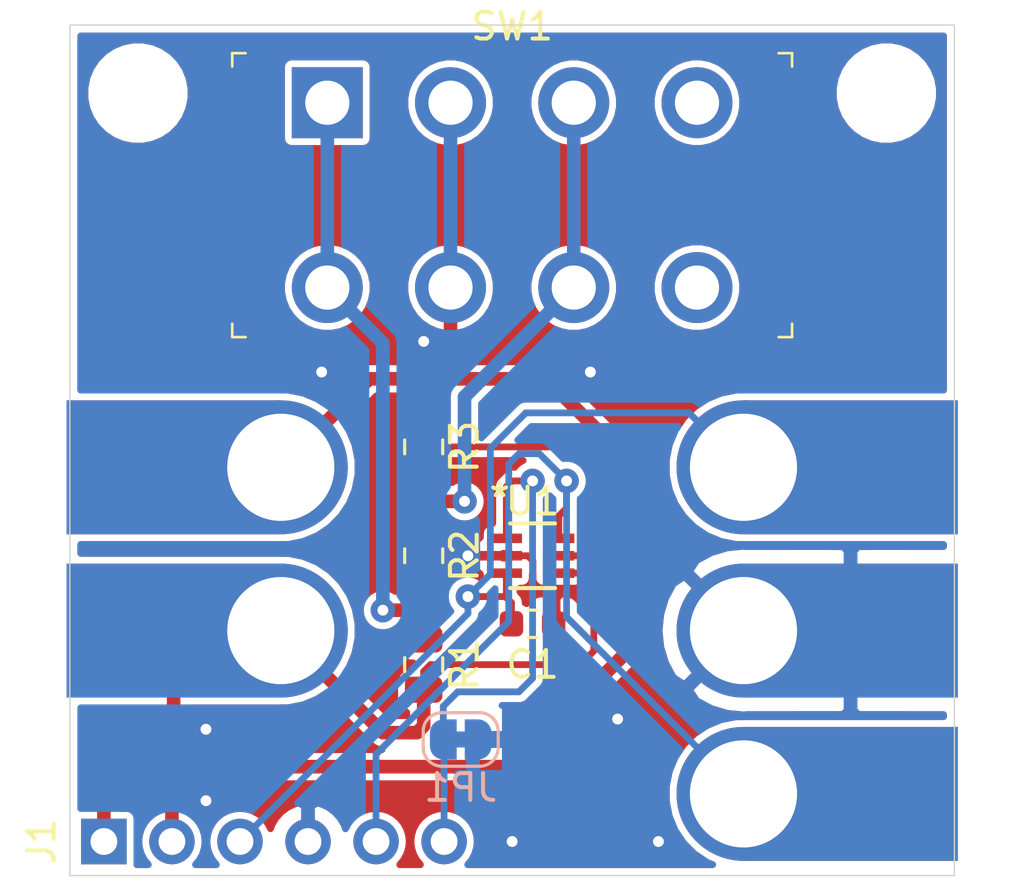
<source format=kicad_pcb>
(kicad_pcb (version 20171130) (host pcbnew "(5.1.0)-1")

  (general
    (thickness 1.6)
    (drawings 4)
    (tracks 114)
    (zones 0)
    (modules 15)
    (nets 11)
  )

  (page A4)
  (title_block
    (title "Current Sense Nano")
    (date 2019-09-02)
    (rev v01)
    (comment 2 creativecommons.org/licenses/by/4.0)
    (comment 3 "License: CC BY 4.0")
    (comment 4 "Author: Shawn Hymel")
  )

  (layers
    (0 F.Cu signal)
    (31 B.Cu signal)
    (32 B.Adhes user)
    (33 F.Adhes user)
    (34 B.Paste user)
    (35 F.Paste user)
    (36 B.SilkS user)
    (37 F.SilkS user hide)
    (38 B.Mask user)
    (39 F.Mask user)
    (40 Dwgs.User user)
    (41 Cmts.User user)
    (42 Eco1.User user)
    (43 Eco2.User user)
    (44 Edge.Cuts user)
    (45 Margin user)
    (46 B.CrtYd user)
    (47 F.CrtYd user)
    (48 B.Fab user)
    (49 F.Fab user)
  )

  (setup
    (last_trace_width 0.254)
    (user_trace_width 0.508)
    (trace_clearance 0.254)
    (zone_clearance 0.254)
    (zone_45_only no)
    (trace_min 0.1524)
    (via_size 0.9144)
    (via_drill 0.4064)
    (via_min_size 0.6858)
    (via_min_drill 0.3302)
    (uvia_size 0.9144)
    (uvia_drill 0.4064)
    (uvias_allowed no)
    (uvia_min_size 0)
    (uvia_min_drill 0)
    (edge_width 0.05)
    (segment_width 0.2)
    (pcb_text_width 0.3)
    (pcb_text_size 1.5 1.5)
    (mod_edge_width 0.12)
    (mod_text_size 1 1)
    (mod_text_width 0.15)
    (pad_size 1.524 1.524)
    (pad_drill 0.762)
    (pad_to_mask_clearance 0.051)
    (solder_mask_min_width 0.25)
    (aux_axis_origin 0 0)
    (visible_elements 7FFFFFFF)
    (pcbplotparams
      (layerselection 0x01000_ffffffff)
      (usegerberextensions false)
      (usegerberattributes false)
      (usegerberadvancedattributes false)
      (creategerberjobfile false)
      (excludeedgelayer true)
      (linewidth 0.100000)
      (plotframeref false)
      (viasonmask false)
      (mode 1)
      (useauxorigin false)
      (hpglpennumber 1)
      (hpglpenspeed 20)
      (hpglpendiameter 15.000000)
      (psnegative false)
      (psa4output false)
      (plotreference false)
      (plotvalue false)
      (plotinvisibletext false)
      (padsonsilk false)
      (subtractmaskfromsilk false)
      (outputformat 1)
      (mirror false)
      (drillshape 0)
      (scaleselection 1)
      (outputdirectory "gerbers/"))
  )

  (net 0 "")
  (net 1 VS)
  (net 2 GND)
  (net 3 IN+)
  (net 4 IN-)
  (net 5 OUT)
  (net 6 REF)
  (net 7 pos_mA)
  (net 8 pos_uA)
  (net 9 "Net-(SW1-Pad4)")
  (net 10 "Net-(SW1-Pad8)")

  (net_class Default "This is the default net class."
    (clearance 0.254)
    (trace_width 0.254)
    (via_dia 0.9144)
    (via_drill 0.4064)
    (uvia_dia 0.9144)
    (uvia_drill 0.4064)
    (add_net GND)
    (add_net IN+)
    (add_net IN-)
    (add_net "Net-(SW1-Pad4)")
    (add_net "Net-(SW1-Pad8)")
    (add_net OUT)
    (add_net REF)
    (add_net VS)
    (add_net pos_mA)
    (add_net pos_uA)
  )

  (module Current_Sense_Nano:PinHeader_1x06_P2.54mm_Vertical_NoSilk (layer F.Cu) (tedit 5D6DE2AB) (tstamp 5D6E2E34)
    (at 128.27 132.08 90)
    (descr "Through hole straight pin header, 1x06, 2.54mm pitch, single row")
    (tags "Through hole pin header THT 1x06 2.54mm single row")
    (path /5D6391C7)
    (fp_text reference J1 (at 0 -2.33 90) (layer F.SilkS)
      (effects (font (size 1 1) (thickness 0.15)))
    )
    (fp_text value Conn_01x06 (at 0 15.03 90) (layer F.Fab) hide
      (effects (font (size 1 1) (thickness 0.15)))
    )
    (fp_text user %R (at 0 6.35 180) (layer F.Fab)
      (effects (font (size 1 1) (thickness 0.15)))
    )
    (fp_line (start 1.8 -1.8) (end -1.8 -1.8) (layer F.CrtYd) (width 0.05))
    (fp_line (start 1.8 14.5) (end 1.8 -1.8) (layer F.CrtYd) (width 0.05))
    (fp_line (start -1.8 14.5) (end 1.8 14.5) (layer F.CrtYd) (width 0.05))
    (fp_line (start -1.8 -1.8) (end -1.8 14.5) (layer F.CrtYd) (width 0.05))
    (fp_line (start -1.27 -0.635) (end -0.635 -1.27) (layer F.Fab) (width 0.1))
    (fp_line (start -1.27 13.97) (end -1.27 -0.635) (layer F.Fab) (width 0.1))
    (fp_line (start 1.27 13.97) (end -1.27 13.97) (layer F.Fab) (width 0.1))
    (fp_line (start 1.27 -1.27) (end 1.27 13.97) (layer F.Fab) (width 0.1))
    (fp_line (start -0.635 -1.27) (end 1.27 -1.27) (layer F.Fab) (width 0.1))
    (pad 6 thru_hole oval (at 0 12.7 90) (size 1.7 1.7) (drill 1) (layers *.Cu *.Mask)
      (net 6 REF))
    (pad 5 thru_hole oval (at 0 10.16 90) (size 1.7 1.7) (drill 1) (layers *.Cu *.Mask)
      (net 5 OUT))
    (pad 4 thru_hole oval (at 0 7.62 90) (size 1.7 1.7) (drill 1) (layers *.Cu *.Mask)
      (net 2 GND))
    (pad 3 thru_hole oval (at 0 5.08 90) (size 1.7 1.7) (drill 1) (layers *.Cu *.Mask)
      (net 1 VS))
    (pad 2 thru_hole oval (at 0 2.54 90) (size 1.7 1.7) (drill 1) (layers *.Cu *.Mask)
      (net 4 IN-))
    (pad 1 thru_hole rect (at 0 0 90) (size 1.7 1.7) (drill 1) (layers *.Cu *.Mask)
      (net 3 IN+))
    (model ${KISYS3DMOD}/Connector_PinHeader_2.54mm.3dshapes/PinHeader_1x06_P2.54mm_Vertical.wrl
      (at (xyz 0 0 0))
      (scale (xyz 1 1 1))
      (rotate (xyz 0 0 0))
    )
  )

  (module Capacitor_SMD:C_0603_1608Metric (layer F.Cu) (tedit 5B301BBE) (tstamp 5D6E5648)
    (at 144.272 123.952)
    (descr "Capacitor SMD 0603 (1608 Metric), square (rectangular) end terminal, IPC_7351 nominal, (Body size source: http://www.tortai-tech.com/upload/download/2011102023233369053.pdf), generated with kicad-footprint-generator")
    (tags capacitor)
    (path /5D636877)
    (attr smd)
    (fp_text reference C1 (at 0 1.524) (layer F.SilkS)
      (effects (font (size 1 1) (thickness 0.15)))
    )
    (fp_text value "0.1 uF" (at 0 1.43) (layer F.Fab) hide
      (effects (font (size 1 1) (thickness 0.15)))
    )
    (fp_line (start -0.8 0.4) (end -0.8 -0.4) (layer F.Fab) (width 0.1))
    (fp_line (start -0.8 -0.4) (end 0.8 -0.4) (layer F.Fab) (width 0.1))
    (fp_line (start 0.8 -0.4) (end 0.8 0.4) (layer F.Fab) (width 0.1))
    (fp_line (start 0.8 0.4) (end -0.8 0.4) (layer F.Fab) (width 0.1))
    (fp_line (start -0.162779 -0.51) (end 0.162779 -0.51) (layer F.SilkS) (width 0.12))
    (fp_line (start -0.162779 0.51) (end 0.162779 0.51) (layer F.SilkS) (width 0.12))
    (fp_line (start -1.48 0.73) (end -1.48 -0.73) (layer F.CrtYd) (width 0.05))
    (fp_line (start -1.48 -0.73) (end 1.48 -0.73) (layer F.CrtYd) (width 0.05))
    (fp_line (start 1.48 -0.73) (end 1.48 0.73) (layer F.CrtYd) (width 0.05))
    (fp_line (start 1.48 0.73) (end -1.48 0.73) (layer F.CrtYd) (width 0.05))
    (fp_text user %R (at 0 0) (layer F.Fab)
      (effects (font (size 0.4 0.4) (thickness 0.06)))
    )
    (pad 1 smd roundrect (at -0.7875 0) (size 0.875 0.95) (layers F.Cu F.Paste F.Mask) (roundrect_rratio 0.25)
      (net 1 VS))
    (pad 2 smd roundrect (at 0.7875 0) (size 0.875 0.95) (layers F.Cu F.Paste F.Mask) (roundrect_rratio 0.25)
      (net 2 GND))
    (model ${KISYS3DMOD}/Capacitor_SMD.3dshapes/C_0603_1608Metric.wrl
      (at (xyz 0 0 0))
      (scale (xyz 1 1 1))
      (rotate (xyz 0 0 0))
    )
  )

  (module Current_Sense_Nano:z_BBC-BIT (layer F.Cu) (tedit 581EF109) (tstamp 5D6E2A0E)
    (at 134.874 124.206 270)
    (path /5D6C96CE)
    (fp_text reference J2 (at 0 0.125 270) (layer F.Fab)
      (effects (font (size 0.1 0.1) (thickness 0.01)))
    )
    (fp_text value Conn_01x01 (at 0 -0.125 270) (layer F.Fab)
      (effects (font (size 0.1 0.1) (thickness 0.01)))
    )
    (fp_text user %R (at 0 0 90) (layer Eco1.User)
      (effects (font (size 0.3 0.3) (thickness 0.03)))
    )
    (fp_line (start 0 -3.1) (end 0 3.1) (layer Cmts.User) (width 0.05))
    (fp_line (start -3.1 0) (end 3.1 0) (layer Cmts.User) (width 0.05))
    (fp_arc (start 0 0) (end -2.7 0) (angle 180) (layer F.CrtYd) (width 0.05))
    (fp_line (start 2.7 8.2) (end 2.7 0) (layer F.CrtYd) (width 0.05))
    (fp_line (start -2.7 8.2) (end 2.7 8.2) (layer F.CrtYd) (width 0.05))
    (fp_line (start -2.7 0) (end -2.7 8.2) (layer F.CrtYd) (width 0.05))
    (pad 1 thru_hole circle (at 0 0 270) (size 5 5) (drill 4) (layers *.Cu *.Mask)
      (net 3 IN+))
    (pad 1 smd rect (at 0 4 270) (size 5 8) (layers F.Cu F.Mask)
      (net 3 IN+))
    (pad 1 smd rect (at 0 4 270) (size 5 8) (layers *.Mask B.Cu)
      (net 3 IN+))
  )

  (module Current_Sense_Nano:z_BBC-BIT (layer F.Cu) (tedit 581EF109) (tstamp 5D6E3513)
    (at 134.874 118.11 270)
    (path /5D6C9B41)
    (fp_text reference J3 (at 0 0.125 270) (layer F.Fab)
      (effects (font (size 0.1 0.1) (thickness 0.01)))
    )
    (fp_text value Conn_01x01 (at 0 -0.125 270) (layer F.Fab)
      (effects (font (size 0.1 0.1) (thickness 0.01)))
    )
    (fp_line (start -2.7 0) (end -2.7 8.2) (layer F.CrtYd) (width 0.05))
    (fp_line (start -2.7 8.2) (end 2.7 8.2) (layer F.CrtYd) (width 0.05))
    (fp_line (start 2.7 8.2) (end 2.7 0) (layer F.CrtYd) (width 0.05))
    (fp_arc (start 0 0) (end -2.7 0) (angle 180) (layer F.CrtYd) (width 0.05))
    (fp_line (start -3.1 0) (end 3.1 0) (layer Cmts.User) (width 0.05))
    (fp_line (start 0 -3.1) (end 0 3.1) (layer Cmts.User) (width 0.05))
    (fp_text user %R (at 0 0 90) (layer Eco1.User)
      (effects (font (size 0.3 0.3) (thickness 0.03)))
    )
    (pad 1 smd rect (at 0 4 270) (size 5 8) (layers *.Mask B.Cu)
      (net 4 IN-))
    (pad 1 smd rect (at 0 4 270) (size 5 8) (layers F.Cu F.Mask)
      (net 4 IN-))
    (pad 1 thru_hole circle (at 0 0 270) (size 5 5) (drill 4) (layers *.Cu *.Mask)
      (net 4 IN-))
  )

  (module Current_Sense_Nano:z_BBC-BIT (layer F.Cu) (tedit 581EF109) (tstamp 5D6E2A2A)
    (at 152.146 118.11 90)
    (path /5D6C9BE1)
    (fp_text reference J4 (at 0 0.125 90) (layer F.Fab)
      (effects (font (size 0.1 0.1) (thickness 0.01)))
    )
    (fp_text value Conn_01x01 (at 0 -0.125 90) (layer F.Fab)
      (effects (font (size 0.1 0.1) (thickness 0.01)))
    )
    (fp_text user %R (at 0 0 270) (layer Eco1.User)
      (effects (font (size 0.3 0.3) (thickness 0.03)))
    )
    (fp_line (start 0 -3.1) (end 0 3.1) (layer Cmts.User) (width 0.05))
    (fp_line (start -3.1 0) (end 3.1 0) (layer Cmts.User) (width 0.05))
    (fp_arc (start 0 0) (end -2.7 0) (angle 180) (layer F.CrtYd) (width 0.05))
    (fp_line (start 2.7 8.2) (end 2.7 0) (layer F.CrtYd) (width 0.05))
    (fp_line (start -2.7 8.2) (end 2.7 8.2) (layer F.CrtYd) (width 0.05))
    (fp_line (start -2.7 0) (end -2.7 8.2) (layer F.CrtYd) (width 0.05))
    (pad 1 thru_hole circle (at 0 0 90) (size 5 5) (drill 4) (layers *.Cu *.Mask)
      (net 1 VS))
    (pad 1 smd rect (at 0 4 90) (size 5 8) (layers F.Cu F.Mask)
      (net 1 VS))
    (pad 1 smd rect (at 0 4 90) (size 5 8) (layers *.Mask B.Cu)
      (net 1 VS))
  )

  (module Current_Sense_Nano:z_BBC-BIT (layer F.Cu) (tedit 581EF109) (tstamp 5D6E2A38)
    (at 152.146 124.206 90)
    (path /5D6CA3D5)
    (fp_text reference J5 (at 0 0.125 90) (layer F.Fab)
      (effects (font (size 0.1 0.1) (thickness 0.01)))
    )
    (fp_text value Conn_01x01 (at 0 -0.125 90) (layer F.Fab)
      (effects (font (size 0.1 0.1) (thickness 0.01)))
    )
    (fp_line (start -2.7 0) (end -2.7 8.2) (layer F.CrtYd) (width 0.05))
    (fp_line (start -2.7 8.2) (end 2.7 8.2) (layer F.CrtYd) (width 0.05))
    (fp_line (start 2.7 8.2) (end 2.7 0) (layer F.CrtYd) (width 0.05))
    (fp_arc (start 0 0) (end -2.7 0) (angle 180) (layer F.CrtYd) (width 0.05))
    (fp_line (start -3.1 0) (end 3.1 0) (layer Cmts.User) (width 0.05))
    (fp_line (start 0 -3.1) (end 0 3.1) (layer Cmts.User) (width 0.05))
    (fp_text user %R (at 0 0 270) (layer Eco1.User)
      (effects (font (size 0.3 0.3) (thickness 0.03)))
    )
    (pad 1 smd rect (at 0 4 90) (size 5 8) (layers *.Mask B.Cu)
      (net 2 GND))
    (pad 1 smd rect (at 0 4 90) (size 5 8) (layers F.Cu F.Mask)
      (net 2 GND))
    (pad 1 thru_hole circle (at 0 0 90) (size 5 5) (drill 4) (layers *.Cu *.Mask)
      (net 2 GND))
  )

  (module Current_Sense_Nano:z_BBC-BIT (layer F.Cu) (tedit 581EF109) (tstamp 5D6E3E1C)
    (at 152.146 130.302 90)
    (path /5D6CABE9)
    (fp_text reference J6 (at 0 0.125 90) (layer F.Fab)
      (effects (font (size 0.1 0.1) (thickness 0.01)))
    )
    (fp_text value Conn_01x01 (at 0 -0.125 90) (layer F.Fab)
      (effects (font (size 0.1 0.1) (thickness 0.01)))
    )
    (fp_text user %R (at 0 0 270) (layer Eco1.User)
      (effects (font (size 0.3 0.3) (thickness 0.03)))
    )
    (fp_line (start 0 -3.1) (end 0 3.1) (layer Cmts.User) (width 0.05))
    (fp_line (start -3.1 0) (end 3.1 0) (layer Cmts.User) (width 0.05))
    (fp_arc (start 0 0) (end -2.7 0) (angle 180) (layer F.CrtYd) (width 0.05))
    (fp_line (start 2.7 8.2) (end 2.7 0) (layer F.CrtYd) (width 0.05))
    (fp_line (start -2.7 8.2) (end 2.7 8.2) (layer F.CrtYd) (width 0.05))
    (fp_line (start -2.7 0) (end -2.7 8.2) (layer F.CrtYd) (width 0.05))
    (pad 1 thru_hole circle (at 0 0 90) (size 5 5) (drill 4) (layers *.Cu *.Mask)
      (net 5 OUT))
    (pad 1 smd rect (at 0 4 90) (size 5 8) (layers F.Cu F.Mask)
      (net 5 OUT))
    (pad 1 smd rect (at 0 4 90) (size 5 8) (layers *.Mask B.Cu)
      (net 5 OUT))
  )

  (module Jumper:SolderJumper-2_P1.3mm_Bridged_RoundedPad1.0x1.5mm (layer B.Cu) (tedit 5C745284) (tstamp 5D6E2A59)
    (at 141.59 128.27)
    (descr "SMD Solder Jumper, 1x1.5mm, rounded Pads, 0.3mm gap, bridged with 1 copper strip")
    (tags "solder jumper open")
    (path /5D6E06B6)
    (attr virtual)
    (fp_text reference JP1 (at 0 1.8) (layer B.SilkS)
      (effects (font (size 1 1) (thickness 0.15)) (justify mirror))
    )
    (fp_text value SolderJumper_2_Bridged (at 0 -1.9) (layer B.Fab) hide
      (effects (font (size 1 1) (thickness 0.15)) (justify mirror))
    )
    (fp_arc (start 0.7 0.3) (end 1.4 0.3) (angle 90) (layer B.SilkS) (width 0.12))
    (fp_arc (start 0.7 -0.3) (end 0.7 -1) (angle 90) (layer B.SilkS) (width 0.12))
    (fp_arc (start -0.7 -0.3) (end -1.4 -0.3) (angle 90) (layer B.SilkS) (width 0.12))
    (fp_arc (start -0.7 0.3) (end -0.7 1) (angle 90) (layer B.SilkS) (width 0.12))
    (fp_line (start -1.4 -0.3) (end -1.4 0.3) (layer B.SilkS) (width 0.12))
    (fp_line (start 0.7 -1) (end -0.7 -1) (layer B.SilkS) (width 0.12))
    (fp_line (start 1.4 0.3) (end 1.4 -0.3) (layer B.SilkS) (width 0.12))
    (fp_line (start -0.7 1) (end 0.7 1) (layer B.SilkS) (width 0.12))
    (fp_line (start -1.65 1.25) (end 1.65 1.25) (layer B.CrtYd) (width 0.05))
    (fp_line (start -1.65 1.25) (end -1.65 -1.25) (layer B.CrtYd) (width 0.05))
    (fp_line (start 1.65 -1.25) (end 1.65 1.25) (layer B.CrtYd) (width 0.05))
    (fp_line (start 1.65 -1.25) (end -1.65 -1.25) (layer B.CrtYd) (width 0.05))
    (fp_poly (pts (xy 0.25 0.3) (xy -0.25 0.3) (xy -0.25 -0.3) (xy 0.25 -0.3)) (layer B.Cu) (width 0))
    (pad 2 smd custom (at 0.65 0) (size 1 0.5) (layers B.Cu B.Mask)
      (net 2 GND) (zone_connect 2)
      (options (clearance outline) (anchor rect))
      (primitives
        (gr_circle (center 0 -0.25) (end 0.5 -0.25) (width 0))
        (gr_circle (center 0 0.25) (end 0.5 0.25) (width 0))
        (gr_poly (pts
           (xy 0 0.75) (xy -0.5 0.75) (xy -0.5 -0.75) (xy 0 -0.75)) (width 0))
      ))
    (pad 1 smd custom (at -0.65 0) (size 1 0.5) (layers B.Cu B.Mask)
      (net 6 REF) (zone_connect 2)
      (options (clearance outline) (anchor rect))
      (primitives
        (gr_circle (center 0 -0.25) (end 0.5 -0.25) (width 0))
        (gr_circle (center 0 0.25) (end 0.5 0.25) (width 0))
        (gr_poly (pts
           (xy 0 0.75) (xy 0.5 0.75) (xy 0.5 -0.75) (xy 0 -0.75)) (width 0))
      ))
  )

  (module Resistor_SMD:R_0805_2012Metric (layer F.Cu) (tedit 5B36C52B) (tstamp 5D6E2A6A)
    (at 140.208 125.476 90)
    (descr "Resistor SMD 0805 (2012 Metric), square (rectangular) end terminal, IPC_7351 nominal, (Body size source: https://docs.google.com/spreadsheets/d/1BsfQQcO9C6DZCsRaXUlFlo91Tg2WpOkGARC1WS5S8t0/edit?usp=sharing), generated with kicad-footprint-generator")
    (tags resistor)
    (path /5D637D40)
    (attr smd)
    (fp_text reference R1 (at 0 1.524 90) (layer F.SilkS)
      (effects (font (size 1 1) (thickness 0.15)))
    )
    (fp_text value 0.01 (at 0 1.65 90) (layer F.Fab) hide
      (effects (font (size 1 1) (thickness 0.15)))
    )
    (fp_line (start -1 0.6) (end -1 -0.6) (layer F.Fab) (width 0.1))
    (fp_line (start -1 -0.6) (end 1 -0.6) (layer F.Fab) (width 0.1))
    (fp_line (start 1 -0.6) (end 1 0.6) (layer F.Fab) (width 0.1))
    (fp_line (start 1 0.6) (end -1 0.6) (layer F.Fab) (width 0.1))
    (fp_line (start -0.258578 -0.71) (end 0.258578 -0.71) (layer F.SilkS) (width 0.12))
    (fp_line (start -0.258578 0.71) (end 0.258578 0.71) (layer F.SilkS) (width 0.12))
    (fp_line (start -1.68 0.95) (end -1.68 -0.95) (layer F.CrtYd) (width 0.05))
    (fp_line (start -1.68 -0.95) (end 1.68 -0.95) (layer F.CrtYd) (width 0.05))
    (fp_line (start 1.68 -0.95) (end 1.68 0.95) (layer F.CrtYd) (width 0.05))
    (fp_line (start 1.68 0.95) (end -1.68 0.95) (layer F.CrtYd) (width 0.05))
    (fp_text user %R (at 0 0 90) (layer F.Fab)
      (effects (font (size 0.5 0.5) (thickness 0.08)))
    )
    (pad 1 smd roundrect (at -0.9375 0 90) (size 0.975 1.4) (layers F.Cu F.Paste F.Mask) (roundrect_rratio 0.25)
      (net 3 IN+))
    (pad 2 smd roundrect (at 0.9375 0 90) (size 0.975 1.4) (layers F.Cu F.Paste F.Mask) (roundrect_rratio 0.25)
      (net 7 pos_mA))
    (model ${KISYS3DMOD}/Resistor_SMD.3dshapes/R_0805_2012Metric.wrl
      (at (xyz 0 0 0))
      (scale (xyz 1 1 1))
      (rotate (xyz 0 0 0))
    )
  )

  (module Resistor_SMD:R_0805_2012Metric (layer F.Cu) (tedit 5B36C52B) (tstamp 5D6E3001)
    (at 140.208 121.412 90)
    (descr "Resistor SMD 0805 (2012 Metric), square (rectangular) end terminal, IPC_7351 nominal, (Body size source: https://docs.google.com/spreadsheets/d/1BsfQQcO9C6DZCsRaXUlFlo91Tg2WpOkGARC1WS5S8t0/edit?usp=sharing), generated with kicad-footprint-generator")
    (tags resistor)
    (path /5D638923)
    (attr smd)
    (fp_text reference R2 (at 0 1.524 90) (layer F.SilkS)
      (effects (font (size 1 1) (thickness 0.15)))
    )
    (fp_text value 10 (at 0 1.65 90) (layer F.Fab) hide
      (effects (font (size 1 1) (thickness 0.15)))
    )
    (fp_text user %R (at 0 0 90) (layer F.Fab)
      (effects (font (size 0.5 0.5) (thickness 0.08)))
    )
    (fp_line (start 1.68 0.95) (end -1.68 0.95) (layer F.CrtYd) (width 0.05))
    (fp_line (start 1.68 -0.95) (end 1.68 0.95) (layer F.CrtYd) (width 0.05))
    (fp_line (start -1.68 -0.95) (end 1.68 -0.95) (layer F.CrtYd) (width 0.05))
    (fp_line (start -1.68 0.95) (end -1.68 -0.95) (layer F.CrtYd) (width 0.05))
    (fp_line (start -0.258578 0.71) (end 0.258578 0.71) (layer F.SilkS) (width 0.12))
    (fp_line (start -0.258578 -0.71) (end 0.258578 -0.71) (layer F.SilkS) (width 0.12))
    (fp_line (start 1 0.6) (end -1 0.6) (layer F.Fab) (width 0.1))
    (fp_line (start 1 -0.6) (end 1 0.6) (layer F.Fab) (width 0.1))
    (fp_line (start -1 -0.6) (end 1 -0.6) (layer F.Fab) (width 0.1))
    (fp_line (start -1 0.6) (end -1 -0.6) (layer F.Fab) (width 0.1))
    (pad 2 smd roundrect (at 0.9375 0 90) (size 0.975 1.4) (layers F.Cu F.Paste F.Mask) (roundrect_rratio 0.25)
      (net 8 pos_uA))
    (pad 1 smd roundrect (at -0.9375 0 90) (size 0.975 1.4) (layers F.Cu F.Paste F.Mask) (roundrect_rratio 0.25)
      (net 7 pos_mA))
    (model ${KISYS3DMOD}/Resistor_SMD.3dshapes/R_0805_2012Metric.wrl
      (at (xyz 0 0 0))
      (scale (xyz 1 1 1))
      (rotate (xyz 0 0 0))
    )
  )

  (module Resistor_SMD:R_0805_2012Metric (layer F.Cu) (tedit 5B36C52B) (tstamp 5D6E57DC)
    (at 140.208 117.348 90)
    (descr "Resistor SMD 0805 (2012 Metric), square (rectangular) end terminal, IPC_7351 nominal, (Body size source: https://docs.google.com/spreadsheets/d/1BsfQQcO9C6DZCsRaXUlFlo91Tg2WpOkGARC1WS5S8t0/edit?usp=sharing), generated with kicad-footprint-generator")
    (tags resistor)
    (path /5D638BB3)
    (attr smd)
    (fp_text reference R3 (at 0 1.524 90) (layer F.SilkS)
      (effects (font (size 1 1) (thickness 0.15)))
    )
    (fp_text value 10k (at 0 1.65 90) (layer F.Fab) hide
      (effects (font (size 1 1) (thickness 0.15)))
    )
    (fp_line (start -1 0.6) (end -1 -0.6) (layer F.Fab) (width 0.1))
    (fp_line (start -1 -0.6) (end 1 -0.6) (layer F.Fab) (width 0.1))
    (fp_line (start 1 -0.6) (end 1 0.6) (layer F.Fab) (width 0.1))
    (fp_line (start 1 0.6) (end -1 0.6) (layer F.Fab) (width 0.1))
    (fp_line (start -0.258578 -0.71) (end 0.258578 -0.71) (layer F.SilkS) (width 0.12))
    (fp_line (start -0.258578 0.71) (end 0.258578 0.71) (layer F.SilkS) (width 0.12))
    (fp_line (start -1.68 0.95) (end -1.68 -0.95) (layer F.CrtYd) (width 0.05))
    (fp_line (start -1.68 -0.95) (end 1.68 -0.95) (layer F.CrtYd) (width 0.05))
    (fp_line (start 1.68 -0.95) (end 1.68 0.95) (layer F.CrtYd) (width 0.05))
    (fp_line (start 1.68 0.95) (end -1.68 0.95) (layer F.CrtYd) (width 0.05))
    (fp_text user %R (at 0 0 90) (layer F.Fab)
      (effects (font (size 0.5 0.5) (thickness 0.08)))
    )
    (pad 1 smd roundrect (at -0.9375 0 90) (size 0.975 1.4) (layers F.Cu F.Paste F.Mask) (roundrect_rratio 0.25)
      (net 8 pos_uA))
    (pad 2 smd roundrect (at 0.9375 0 90) (size 0.975 1.4) (layers F.Cu F.Paste F.Mask) (roundrect_rratio 0.25)
      (net 4 IN-))
    (model ${KISYS3DMOD}/Resistor_SMD.3dshapes/R_0805_2012Metric.wrl
      (at (xyz 0 0 0))
      (scale (xyz 1 1 1))
      (rotate (xyz 0 0 0))
    )
  )

  (module Current_Sense_Nano:Switch_Slide_20.7x10.4mm_G-128S-0157 (layer F.Cu) (tedit 5D6C30B4) (tstamp 5D6E3658)
    (at 143.51 107.95)
    (descr http://spec_sheets.e-switch.com/specs/P040040.pdf)
    (path /5D634AEE)
    (fp_text reference SW1 (at 0 -6.3) (layer F.SilkS)
      (effects (font (size 1 1) (thickness 0.15)))
    )
    (fp_text value SW_DP3T (at 0 6.4) (layer F.Fab)
      (effects (font (size 1 1) (thickness 0.15)))
    )
    (fp_line (start -10.6 5.45) (end 10.6 5.45) (layer F.CrtYd) (width 0.05))
    (fp_line (start 10.6 -5.45) (end 10.6 5.45) (layer F.CrtYd) (width 0.05))
    (fp_line (start 10.35 -5.2) (end 10.35 5.2) (layer F.Fab) (width 0.1))
    (fp_line (start -10.35 5.2) (end 10.35 5.2) (layer F.Fab) (width 0.1))
    (fp_line (start -10.35 -5.2) (end 10.35 -5.2) (layer F.Fab) (width 0.1))
    (fp_line (start -10.35 -5.2) (end -10.35 5.2) (layer F.Fab) (width 0.1))
    (fp_line (start 10.45 -5.3) (end 9.95 -5.3) (layer F.SilkS) (width 0.1))
    (fp_line (start 10.45 -5.3) (end 10.45 -4.8) (layer F.SilkS) (width 0.1))
    (fp_line (start -10.45 -5.3) (end -10.45 -4.8) (layer F.SilkS) (width 0.1))
    (fp_line (start -10.45 -5.3) (end -9.95 -5.3) (layer F.SilkS) (width 0.1))
    (fp_line (start -10.45 5.3) (end -10.45 4.8) (layer F.SilkS) (width 0.1))
    (fp_line (start -10.45 5.3) (end -9.95 5.3) (layer F.SilkS) (width 0.1))
    (fp_line (start 10.45 5.3) (end 10.45 4.8) (layer F.SilkS) (width 0.1))
    (fp_line (start 10.45 5.3) (end 9.95 5.3) (layer F.SilkS) (width 0.1))
    (fp_line (start -10.6 -5.45) (end 10.6 -5.45) (layer F.CrtYd) (width 0.05))
    (fp_line (start -10.6 -5.45) (end -10.6 5.45) (layer F.CrtYd) (width 0.05))
    (fp_text user %R (at 0 -6.3) (layer F.Fab)
      (effects (font (size 1 1) (thickness 0.15)))
    )
    (pad 5 thru_hole circle (at -6.9 3.45) (size 2.65 2.65) (drill 1.65) (layers *.Cu *.Mask)
      (net 7 pos_mA))
    (pad 6 thru_hole circle (at -2.3 3.45) (size 2.65 2.65) (drill 1.65) (layers *.Cu *.Mask)
      (net 4 IN-))
    (pad 7 thru_hole circle (at 2.3 3.45) (size 2.65 2.65) (drill 1.65) (layers *.Cu *.Mask)
      (net 8 pos_uA))
    (pad 8 thru_hole circle (at 6.9 3.45) (size 2.65 2.65) (drill 1.65) (layers *.Cu *.Mask)
      (net 10 "Net-(SW1-Pad8)"))
    (pad 4 thru_hole circle (at 6.9 -3.45) (size 2.65 2.65) (drill 1.65) (layers *.Cu *.Mask)
      (net 9 "Net-(SW1-Pad4)"))
    (pad 3 thru_hole circle (at 2.3 -3.45) (size 2.65 2.65) (drill 1.65) (layers *.Cu *.Mask)
      (net 8 pos_uA))
    (pad 1 thru_hole rect (at -6.9 -3.45) (size 2.65 2.65) (drill 1.65) (layers *.Cu *.Mask)
      (net 7 pos_mA))
    (pad 2 thru_hole circle (at -2.3 -3.45) (size 2.65 2.65) (drill 1.65) (layers *.Cu *.Mask)
      (net 4 IN-))
  )

  (module footprints:INA214AIDCKR (layer F.Cu) (tedit 0) (tstamp 5D6E2AE1)
    (at 144.272 121.412)
    (path /5D63557D)
    (fp_text reference U1 (at 0 -2.032) (layer F.SilkS)
      (effects (font (size 1 1) (thickness 0.15)))
    )
    (fp_text value INA214AIDCKR (at 0 0) (layer F.SilkS) hide
      (effects (font (size 1 1) (thickness 0.15)))
    )
    (fp_text user "Copyright 2016 Accelerated Designs. All rights reserved." (at 0 0) (layer Cmts.User)
      (effects (font (size 0.127 0.127) (thickness 0.002)))
    )
    (fp_text user * (at -1.2319 -2.1486) (layer F.SilkS)
      (effects (font (size 1 1) (thickness 0.15)))
    )
    (fp_text user * (at -0.3302 -1.0033) (layer F.Fab)
      (effects (font (size 1 1) (thickness 0.15)))
    )
    (fp_line (start -0.7112 -0.4976) (end -0.7112 -0.8024) (layer F.Fab) (width 0.1524))
    (fp_line (start -0.7112 -0.8024) (end -1.2065 -0.8024) (layer F.Fab) (width 0.1524))
    (fp_line (start -1.2065 -0.8024) (end -1.2065 -0.4976) (layer F.Fab) (width 0.1524))
    (fp_line (start -1.2065 -0.4976) (end -0.7112 -0.4976) (layer F.Fab) (width 0.1524))
    (fp_line (start -0.7112 0.1524) (end -0.7112 -0.1524) (layer F.Fab) (width 0.1524))
    (fp_line (start -0.7112 -0.1524) (end -1.2065 -0.1524) (layer F.Fab) (width 0.1524))
    (fp_line (start -1.2065 -0.1524) (end -1.2065 0.1524) (layer F.Fab) (width 0.1524))
    (fp_line (start -1.2065 0.1524) (end -0.7112 0.1524) (layer F.Fab) (width 0.1524))
    (fp_line (start -0.7112 0.8024) (end -0.7112 0.4976) (layer F.Fab) (width 0.1524))
    (fp_line (start -0.7112 0.4976) (end -1.2065 0.4976) (layer F.Fab) (width 0.1524))
    (fp_line (start -1.2065 0.4976) (end -1.2065 0.8024) (layer F.Fab) (width 0.1524))
    (fp_line (start -1.2065 0.8024) (end -0.7112 0.8024) (layer F.Fab) (width 0.1524))
    (fp_line (start 0.7112 0.4976) (end 0.7112 0.8024) (layer F.Fab) (width 0.1524))
    (fp_line (start 0.7112 0.8024) (end 1.2065 0.8024) (layer F.Fab) (width 0.1524))
    (fp_line (start 1.2065 0.8024) (end 1.2065 0.4976) (layer F.Fab) (width 0.1524))
    (fp_line (start 1.2065 0.4976) (end 0.7112 0.4976) (layer F.Fab) (width 0.1524))
    (fp_line (start 0.7112 -0.1524) (end 0.7112 0.1524) (layer F.Fab) (width 0.1524))
    (fp_line (start 0.7112 0.1524) (end 1.2065 0.1524) (layer F.Fab) (width 0.1524))
    (fp_line (start 1.2065 0.1524) (end 1.2065 -0.1524) (layer F.Fab) (width 0.1524))
    (fp_line (start 1.2065 -0.1524) (end 0.7112 -0.1524) (layer F.Fab) (width 0.1524))
    (fp_line (start 0.7112 -0.8024) (end 0.7112 -0.4976) (layer F.Fab) (width 0.1524))
    (fp_line (start 0.7112 -0.4976) (end 1.2065 -0.4976) (layer F.Fab) (width 0.1524))
    (fp_line (start 1.2065 -0.4976) (end 1.2065 -0.8024) (layer F.Fab) (width 0.1524))
    (fp_line (start 1.2065 -0.8024) (end 0.7112 -0.8024) (layer F.Fab) (width 0.1524))
    (fp_line (start -0.8382 1.2065) (end 0.8382 1.2065) (layer F.SilkS) (width 0.1524))
    (fp_line (start 0.8382 -1.2065) (end -0.8382 -1.2065) (layer F.SilkS) (width 0.1524))
    (fp_line (start -0.7112 1.0795) (end 0.7112 1.0795) (layer F.Fab) (width 0.1524))
    (fp_line (start 0.7112 1.0795) (end 0.7112 -1.0795) (layer F.Fab) (width 0.1524))
    (fp_line (start 0.7112 -1.0795) (end -0.7112 -1.0795) (layer F.Fab) (width 0.1524))
    (fp_line (start -0.7112 -1.0795) (end -0.7112 1.0795) (layer F.Fab) (width 0.1524))
    (fp_line (start -1.8161 1.0818) (end -1.8161 -1.0818) (layer F.CrtYd) (width 0.1524))
    (fp_line (start -1.8161 -1.0818) (end -0.9652 -1.0818) (layer F.CrtYd) (width 0.1524))
    (fp_line (start -0.9652 -1.0818) (end -0.9652 -1.3335) (layer F.CrtYd) (width 0.1524))
    (fp_line (start -0.9652 -1.3335) (end 0.9652 -1.3335) (layer F.CrtYd) (width 0.1524))
    (fp_line (start 0.9652 -1.3335) (end 0.9652 -1.0818) (layer F.CrtYd) (width 0.1524))
    (fp_line (start 0.9652 -1.0818) (end 1.8161 -1.0818) (layer F.CrtYd) (width 0.1524))
    (fp_line (start 1.8161 -1.0818) (end 1.8161 1.0818) (layer F.CrtYd) (width 0.1524))
    (fp_line (start 1.8161 1.0818) (end 0.9652 1.0818) (layer F.CrtYd) (width 0.1524))
    (fp_line (start 0.9652 1.0818) (end 0.9652 1.3335) (layer F.CrtYd) (width 0.1524))
    (fp_line (start 0.9652 1.3335) (end -0.9652 1.3335) (layer F.CrtYd) (width 0.1524))
    (fp_line (start -0.9652 1.3335) (end -0.9652 1.0818) (layer F.CrtYd) (width 0.1524))
    (fp_line (start -0.9652 1.0818) (end -1.8161 1.0818) (layer F.CrtYd) (width 0.1524))
    (fp_arc (start 0 -1.0795) (end 0.3048 -1.0795) (angle 180) (layer F.Fab) (width 0.1524))
    (pad 1 smd rect (at -0.9779 -0.649999) (size 1.1684 0.3556) (layers F.Cu F.Paste F.Mask)
      (net 6 REF))
    (pad 2 smd rect (at -0.9779 0) (size 1.1684 0.3556) (layers F.Cu F.Paste F.Mask)
      (net 2 GND))
    (pad 3 smd rect (at -0.9779 0.649999) (size 1.1684 0.3556) (layers F.Cu F.Paste F.Mask)
      (net 1 VS))
    (pad 4 smd rect (at 0.9779 0.649999) (size 1.1684 0.3556) (layers F.Cu F.Paste F.Mask)
      (net 3 IN+))
    (pad 5 smd rect (at 0.9779 0) (size 1.1684 0.3556) (layers F.Cu F.Paste F.Mask)
      (net 4 IN-))
    (pad 6 smd rect (at 0.9779 -0.649999) (size 1.1684 0.3556) (layers F.Cu F.Paste F.Mask)
      (net 5 OUT))
  )

  (module MountingHole:MountingHole_3.2mm_M3 (layer F.Cu) (tedit 56D1B4CB) (tstamp 5D6E5298)
    (at 129.54 104.14)
    (descr "Mounting Hole 3.2mm, no annular, M3")
    (tags "mounting hole 3.2mm no annular m3")
    (path /5D741675)
    (attr virtual)
    (fp_text reference H1 (at 0 -4.2) (layer F.SilkS)
      (effects (font (size 1 1) (thickness 0.15)))
    )
    (fp_text value MountingHole (at 0 4.2) (layer F.Fab)
      (effects (font (size 1 1) (thickness 0.15)))
    )
    (fp_text user %R (at 0.3 0) (layer F.Fab)
      (effects (font (size 1 1) (thickness 0.15)))
    )
    (fp_circle (center 0 0) (end 3.2 0) (layer Cmts.User) (width 0.15))
    (fp_circle (center 0 0) (end 3.45 0) (layer F.CrtYd) (width 0.05))
    (pad 1 np_thru_hole circle (at 0 0) (size 3.2 3.2) (drill 3.2) (layers *.Cu *.Mask))
  )

  (module MountingHole:MountingHole_3.2mm_M3 (layer F.Cu) (tedit 56D1B4CB) (tstamp 5D6E52A0)
    (at 157.48 104.14)
    (descr "Mounting Hole 3.2mm, no annular, M3")
    (tags "mounting hole 3.2mm no annular m3")
    (path /5D741F07)
    (attr virtual)
    (fp_text reference H2 (at 0 -4.2) (layer F.SilkS)
      (effects (font (size 1 1) (thickness 0.15)))
    )
    (fp_text value MountingHole (at 0 4.2) (layer F.Fab)
      (effects (font (size 1 1) (thickness 0.15)))
    )
    (fp_circle (center 0 0) (end 3.45 0) (layer F.CrtYd) (width 0.05))
    (fp_circle (center 0 0) (end 3.2 0) (layer Cmts.User) (width 0.15))
    (fp_text user %R (at 0.3 0) (layer F.Fab)
      (effects (font (size 1 1) (thickness 0.15)))
    )
    (pad 1 np_thru_hole circle (at 0 0) (size 3.2 3.2) (drill 3.2) (layers *.Cu *.Mask))
  )

  (gr_line (start 160.02 101.6) (end 160.02 133.35) (layer Edge.Cuts) (width 0.05) (tstamp 5D6E35FC))
  (gr_line (start 127 133.35) (end 160.02 133.35) (layer Edge.Cuts) (width 0.05) (tstamp 5D6E35C9))
  (gr_line (start 127 101.6) (end 127 133.35) (layer Edge.Cuts) (width 0.05) (tstamp 5D6E27CE))
  (gr_line (start 127 101.6) (end 160.02 101.6) (layer Edge.Cuts) (width 0.05))

  (via (at 141.859 122.936) (size 0.9144) (drill 0.4064) (layers F.Cu B.Cu) (net 1))
  (segment (start 143.4845 123.1645) (end 143.4845 123.952) (width 0.254) (layer F.Cu) (net 1) (status 20))
  (segment (start 143.2941 122.061999) (end 143.2941 122.9741) (width 0.254) (layer F.Cu) (net 1) (status 10))
  (segment (start 143.2941 122.9741) (end 143.4845 123.1645) (width 0.254) (layer F.Cu) (net 1))
  (segment (start 143.256 122.936) (end 143.2941 122.9741) (width 0.254) (layer F.Cu) (net 1))
  (segment (start 141.859 122.936) (end 143.256 122.936) (width 0.254) (layer F.Cu) (net 1))
  (segment (start 141.859 123.571) (end 141.859 122.936) (width 0.254) (layer B.Cu) (net 1))
  (segment (start 133.35 132.08) (end 141.859 123.571) (width 0.254) (layer B.Cu) (net 1) (status 10))
  (segment (start 142.316199 122.478801) (end 141.859 122.936) (width 0.254) (layer B.Cu) (net 1))
  (segment (start 142.697201 122.097799) (end 142.316199 122.478801) (width 0.254) (layer B.Cu) (net 1))
  (segment (start 142.697201 117.398799) (end 142.697201 122.097799) (width 0.254) (layer B.Cu) (net 1))
  (segment (start 144.018 116.078) (end 142.697201 117.398799) (width 0.254) (layer B.Cu) (net 1))
  (segment (start 152.146 118.11) (end 150.114 116.078) (width 0.254) (layer B.Cu) (net 1) (status 10))
  (segment (start 150.114 116.078) (end 144.018 116.078) (width 0.254) (layer B.Cu) (net 1))
  (via (at 146.431 114.554) (size 0.9144) (drill 0.4064) (layers F.Cu B.Cu) (net 2) (tstamp 5D6E4D82))
  (via (at 148.971 132.08) (size 0.9144) (drill 0.4064) (layers F.Cu B.Cu) (net 2) (tstamp 5D6E4D82))
  (via (at 143.51 132.08) (size 0.9144) (drill 0.4064) (layers F.Cu B.Cu) (net 2) (tstamp 5D6E4D82))
  (via (at 141.859 121.412) (size 0.9144) (drill 0.4064) (layers F.Cu B.Cu) (net 2))
  (segment (start 143.2941 121.412) (end 141.859 121.412) (width 0.254) (layer F.Cu) (net 2) (status 10))
  (segment (start 143.2941 121.412) (end 144.091903 121.412) (width 0.254) (layer F.Cu) (net 2) (status 10))
  (via (at 140.208 113.411) (size 0.9144) (drill 0.4064) (layers F.Cu B.Cu) (net 2))
  (segment (start 141.859 121.412) (end 140.208 119.761) (width 0.254) (layer B.Cu) (net 2))
  (segment (start 140.208 119.761) (end 140.208 113.411) (width 0.254) (layer B.Cu) (net 2))
  (via (at 132.08 130.556) (size 0.9144) (drill 0.4064) (layers F.Cu B.Cu) (net 2))
  (via (at 136.398 114.554) (size 0.9144) (drill 0.4064) (layers F.Cu B.Cu) (net 2))
  (via (at 147.447 127.508) (size 0.9144) (drill 0.4064) (layers F.Cu B.Cu) (net 2))
  (via (at 132.08 127.889) (size 0.9144) (drill 0.4064) (layers F.Cu B.Cu) (net 2))
  (segment (start 144.284699 122.5446) (end 144.422099 122.682) (width 0.254) (layer F.Cu) (net 2))
  (segment (start 144.091903 121.412) (end 144.284699 121.604796) (width 0.254) (layer F.Cu) (net 2))
  (segment (start 144.284699 121.604796) (end 144.284699 122.5446) (width 0.254) (layer F.Cu) (net 2))
  (segment (start 144.422099 122.682) (end 144.78 122.682) (width 0.254) (layer F.Cu) (net 2))
  (segment (start 145.0595 122.9615) (end 145.0595 123.952) (width 0.254) (layer F.Cu) (net 2))
  (segment (start 144.78 122.682) (end 145.0595 122.9615) (width 0.254) (layer F.Cu) (net 2))
  (segment (start 130.874 124.46) (end 135.382 124.46) (width 0.508) (layer F.Cu) (net 3) (status 30))
  (segment (start 133.35 125.984) (end 134.874 124.46) (width 0.508) (layer F.Cu) (net 3) (status 30))
  (segment (start 138.684 128.016) (end 134.874 124.206) (width 0.508) (layer F.Cu) (net 3) (status 20))
  (segment (start 139.954 128.016) (end 138.684 128.016) (width 0.508) (layer F.Cu) (net 3))
  (segment (start 140.208 126.4135) (end 140.208 127.762) (width 0.508) (layer F.Cu) (net 3) (status 10))
  (segment (start 140.208 127.762) (end 139.954 128.016) (width 0.508) (layer F.Cu) (net 3))
  (segment (start 133.35 125.73) (end 134.874 124.206) (width 0.508) (layer F.Cu) (net 3) (status 30))
  (segment (start 130.874 124.206) (end 130.874 127.444) (width 0.508) (layer F.Cu) (net 3) (status 10))
  (segment (start 128.27 130.048) (end 128.27 132.08) (width 0.508) (layer F.Cu) (net 3) (status 20))
  (segment (start 130.874 127.444) (end 128.27 130.048) (width 0.508) (layer F.Cu) (net 3))
  (segment (start 140.208 125.73) (end 140.462 125.476) (width 0.254) (layer F.Cu) (net 3))
  (segment (start 140.208 126.4135) (end 140.208 125.73) (width 0.254) (layer F.Cu) (net 3) (status 10))
  (segment (start 146.05 125.476) (end 146.558 124.968) (width 0.254) (layer F.Cu) (net 3))
  (segment (start 146.558 124.968) (end 146.558 122.428) (width 0.254) (layer F.Cu) (net 3))
  (segment (start 146.191999 122.061999) (end 145.2499 122.061999) (width 0.254) (layer F.Cu) (net 3) (status 20))
  (segment (start 140.462 125.476) (end 146.05 125.476) (width 0.254) (layer F.Cu) (net 3))
  (segment (start 146.558 122.428) (end 146.191999 122.061999) (width 0.254) (layer F.Cu) (net 3))
  (segment (start 138.176 114.808) (end 134.874 118.11) (width 0.508) (layer F.Cu) (net 4) (status 20))
  (segment (start 140.208 115.823) (end 140.208 114.808) (width 0.508) (layer F.Cu) (net 4))
  (segment (start 140.208 116.4105) (end 140.208 115.823) (width 0.508) (layer F.Cu) (net 4) (status 10))
  (segment (start 138.176 114.808) (end 140.208 114.808) (width 0.508) (layer F.Cu) (net 4))
  (segment (start 146.0881 121.412) (end 145.2499 121.412) (width 0.254) (layer F.Cu) (net 4) (status 20))
  (segment (start 140.208 117.048612) (end 140.507388 117.348) (width 0.254) (layer F.Cu) (net 4))
  (segment (start 140.208 116.4105) (end 140.208 117.048612) (width 0.254) (layer F.Cu) (net 4) (status 10))
  (segment (start 140.507388 117.348) (end 146.05 117.348) (width 0.254) (layer F.Cu) (net 4))
  (segment (start 146.05 117.348) (end 146.558 117.856) (width 0.254) (layer F.Cu) (net 4))
  (segment (start 146.558 117.856) (end 146.558 120.9421) (width 0.254) (layer F.Cu) (net 4))
  (segment (start 146.558 120.9421) (end 146.0881 121.412) (width 0.254) (layer F.Cu) (net 4))
  (segment (start 141.21 114.7458) (end 141.1478 114.808) (width 0.508) (layer F.Cu) (net 4))
  (segment (start 141.21 111.4) (end 141.21 114.7458) (width 0.508) (layer F.Cu) (net 4))
  (segment (start 140.208 114.808) (end 141.1478 114.808) (width 0.508) (layer F.Cu) (net 4))
  (segment (start 141.21 106.373832) (end 141.21 111.4) (width 0.508) (layer B.Cu) (net 4))
  (segment (start 141.21 104.5) (end 141.21 106.373832) (width 0.508) (layer B.Cu) (net 4))
  (segment (start 144.78 114.808) (end 147.672628 117.700628) (width 0.508) (layer F.Cu) (net 4))
  (segment (start 147.672628 117.700628) (end 147.672628 125.123372) (width 0.508) (layer F.Cu) (net 4))
  (segment (start 147.672628 125.123372) (end 143.51 129.286) (width 0.508) (layer F.Cu) (net 4))
  (segment (start 143.51 129.286) (end 131.572 129.286) (width 0.508) (layer F.Cu) (net 4))
  (segment (start 130.81 130.048) (end 130.81 132.08) (width 0.508) (layer F.Cu) (net 4) (status 20))
  (segment (start 131.572 129.286) (end 130.81 130.048) (width 0.508) (layer F.Cu) (net 4))
  (segment (start 142.494 114.808) (end 144.78 114.808) (width 0.508) (layer F.Cu) (net 4))
  (segment (start 141.1478 114.808) (end 142.494 114.808) (width 0.508) (layer F.Cu) (net 4))
  (via (at 145.542 118.618) (size 0.9144) (drill 0.4064) (layers F.Cu B.Cu) (net 5))
  (segment (start 145.2499 120.762001) (end 145.2499 119.9261) (width 0.254) (layer F.Cu) (net 5) (status 10))
  (segment (start 145.542 119.634) (end 145.542 118.618) (width 0.254) (layer F.Cu) (net 5))
  (segment (start 145.2499 119.9261) (end 145.542 119.634) (width 0.254) (layer F.Cu) (net 5))
  (segment (start 145.542 123.698) (end 152.146 130.302) (width 0.254) (layer B.Cu) (net 5) (status 20))
  (segment (start 145.542 118.618) (end 145.542 123.698) (width 0.254) (layer B.Cu) (net 5))
  (segment (start 144.526 117.602) (end 145.542 118.618) (width 0.254) (layer B.Cu) (net 5))
  (segment (start 143.764 117.602) (end 144.526 117.602) (width 0.254) (layer B.Cu) (net 5))
  (segment (start 143.383 117.983) (end 143.764 117.602) (width 0.254) (layer B.Cu) (net 5))
  (segment (start 143.383 123.868566) (end 143.383 117.983) (width 0.254) (layer B.Cu) (net 5))
  (segment (start 138.43 132.08) (end 138.43 128.821566) (width 0.254) (layer B.Cu) (net 5) (status 10))
  (segment (start 138.43 128.821566) (end 143.383 123.868566) (width 0.254) (layer B.Cu) (net 5))
  (segment (start 140.97 128.382) (end 141.082 128.27) (width 0.254) (layer B.Cu) (net 6) (status 30))
  (segment (start 140.97 128.3) (end 140.94 128.27) (width 0.254) (layer B.Cu) (net 6) (status 30))
  (segment (start 140.97 132.08) (end 140.97 128.3) (width 0.254) (layer B.Cu) (net 6) (status 30))
  (segment (start 143.764 126.492) (end 144.272 125.984) (width 0.254) (layer B.Cu) (net 6))
  (segment (start 141.478 126.492) (end 143.764 126.492) (width 0.254) (layer B.Cu) (net 6))
  (segment (start 140.94 128.27) (end 140.94 127.03) (width 0.254) (layer B.Cu) (net 6) (status 10))
  (segment (start 140.94 127.03) (end 141.478 126.492) (width 0.254) (layer B.Cu) (net 6))
  (via (at 144.272 118.618) (size 0.9144) (drill 0.4064) (layers F.Cu B.Cu) (net 6))
  (segment (start 144.272 118.618) (end 144.272 119.38) (width 0.254) (layer B.Cu) (net 6))
  (segment (start 144.272 125.984) (end 144.272 119.38) (width 0.254) (layer B.Cu) (net 6))
  (segment (start 144.272 119.38) (end 144.272 119.126) (width 0.254) (layer B.Cu) (net 6))
  (segment (start 143.2941 118.8339) (end 143.51 118.618) (width 0.254) (layer F.Cu) (net 6))
  (segment (start 143.2941 120.762001) (end 143.2941 118.8339) (width 0.254) (layer F.Cu) (net 6) (status 10))
  (segment (start 143.51 118.618) (end 144.272 118.618) (width 0.254) (layer F.Cu) (net 6))
  (via (at 138.684 123.444) (size 0.9144) (drill 0.4064) (layers F.Cu B.Cu) (net 7))
  (segment (start 140.208 123.444) (end 138.684 123.444) (width 0.508) (layer F.Cu) (net 7))
  (segment (start 140.208 123.444) (end 140.208 124.5385) (width 0.508) (layer F.Cu) (net 7) (status 20))
  (segment (start 140.208 122.3495) (end 140.208 123.444) (width 0.508) (layer F.Cu) (net 7) (status 10))
  (segment (start 138.684 113.474) (end 136.61 111.4) (width 0.508) (layer B.Cu) (net 7))
  (segment (start 138.684 123.444) (end 138.684 113.474) (width 0.508) (layer B.Cu) (net 7) (tstamp 5D6E57A9))
  (segment (start 136.61 104.5) (end 136.61 111.4) (width 0.508) (layer B.Cu) (net 7))
  (via (at 141.732 119.38) (size 0.9144) (drill 0.4064) (layers F.Cu B.Cu) (net 8))
  (segment (start 140.208 119.38) (end 141.732 119.38) (width 0.508) (layer F.Cu) (net 8))
  (segment (start 140.208 119.38) (end 140.208 120.4745) (width 0.508) (layer F.Cu) (net 8) (status 20))
  (segment (start 140.208 118.2855) (end 140.208 119.38) (width 0.508) (layer F.Cu) (net 8) (status 10))
  (segment (start 141.732 115.478) (end 145.81 111.4) (width 0.508) (layer B.Cu) (net 8))
  (segment (start 141.732 119.38) (end 141.732 115.478) (width 0.508) (layer B.Cu) (net 8))
  (segment (start 145.81 104.5) (end 145.81 111.4) (width 0.508) (layer B.Cu) (net 8))

  (zone (net 2) (net_name GND) (layer F.Cu) (tstamp 5D6E595A) (hatch edge 0.508)
    (connect_pads (clearance 0.254))
    (min_thickness 0.254)
    (fill yes (arc_segments 32) (thermal_gap 0.508) (thermal_bridge_width 0.508))
    (polygon
      (pts
        (xy 127 101.6) (xy 160.02 101.6) (xy 160.02 133.35) (xy 127 133.35)
      )
    )
    (filled_polygon
      (pts
        (xy 138.212935 128.442961) (xy 138.232815 128.467185) (xy 138.257039 128.487065) (xy 138.257043 128.487069) (xy 138.329506 128.546538)
        (xy 138.43982 128.605502) (xy 138.559518 128.641812) (xy 138.652808 128.651) (xy 131.603189 128.651) (xy 131.572 128.647928)
        (xy 131.540811 128.651) (xy 131.540808 128.651) (xy 131.447518 128.660188) (xy 131.32782 128.696498) (xy 131.217506 128.755462)
        (xy 131.145043 128.814931) (xy 131.145039 128.814935) (xy 131.120815 128.834815) (xy 131.100934 128.85904) (xy 130.38305 129.576926)
        (xy 130.358815 129.596815) (xy 130.279463 129.693507) (xy 130.220498 129.803821) (xy 130.184188 129.923519) (xy 130.175 130.016809)
        (xy 130.175 130.016819) (xy 130.171929 130.048) (xy 130.175 130.079181) (xy 130.175 131.023599) (xy 130.122784 131.051509)
        (xy 129.93534 131.20534) (xy 129.781509 131.392784) (xy 129.667202 131.606637) (xy 129.596812 131.838682) (xy 129.573044 132.08)
        (xy 129.596812 132.321318) (xy 129.667202 132.553363) (xy 129.781509 132.767216) (xy 129.926592 132.944) (xy 129.501464 132.944)
        (xy 129.502843 132.93) (xy 129.502843 131.23) (xy 129.495487 131.155311) (xy 129.473701 131.083492) (xy 129.438322 131.017304)
        (xy 129.390711 130.959289) (xy 129.332696 130.911678) (xy 129.266508 130.876299) (xy 129.194689 130.854513) (xy 129.12 130.847157)
        (xy 128.905 130.847157) (xy 128.905 130.311024) (xy 131.300955 127.91507) (xy 131.325185 127.895185) (xy 131.404537 127.798494)
        (xy 131.463502 127.68818) (xy 131.499812 127.568482) (xy 131.509 127.475192) (xy 131.509 127.475182) (xy 131.512071 127.444001)
        (xy 131.509 127.41282) (xy 131.509 127.088843) (xy 134.874 127.088843) (xy 134.892713 127.087) (xy 135.157754 127.087)
        (xy 135.714357 126.976285) (xy 136.238665 126.759109) (xy 136.412758 126.642784)
      )
    )
    (filled_polygon
      (pts
        (xy 159.614 115.227157) (xy 152.146 115.227157) (xy 152.127287 115.229) (xy 151.862246 115.229) (xy 151.305643 115.339715)
        (xy 150.781335 115.556891) (xy 150.30947 115.872181) (xy 149.908181 116.27347) (xy 149.592891 116.745335) (xy 149.375715 117.269643)
        (xy 149.265 117.826246) (xy 149.265 118.393754) (xy 149.375715 118.950357) (xy 149.592891 119.474665) (xy 149.908181 119.94653)
        (xy 150.30947 120.347819) (xy 150.781335 120.663109) (xy 151.305643 120.880285) (xy 151.862246 120.991) (xy 152.127287 120.991)
        (xy 152.146 120.992843) (xy 159.614001 120.992843) (xy 159.614001 121.068368) (xy 156.43175 121.071) (xy 156.273 121.22975)
        (xy 156.273 124.079) (xy 156.293 124.079) (xy 156.293 124.333) (xy 156.273 124.333) (xy 156.273 127.18225)
        (xy 156.43175 127.341) (xy 159.614001 127.343632) (xy 159.614001 127.419157) (xy 152.146 127.419157) (xy 152.127287 127.421)
        (xy 151.862246 127.421) (xy 151.305643 127.531715) (xy 150.781335 127.748891) (xy 150.30947 128.064181) (xy 149.908181 128.46547)
        (xy 149.592891 128.937335) (xy 149.375715 129.461643) (xy 149.265 130.018246) (xy 149.265 130.585754) (xy 149.375715 131.142357)
        (xy 149.592891 131.666665) (xy 149.908181 132.13853) (xy 150.30947 132.539819) (xy 150.781335 132.855109) (xy 150.995936 132.944)
        (xy 141.853408 132.944) (xy 141.998491 132.767216) (xy 142.112798 132.553363) (xy 142.183188 132.321318) (xy 142.206956 132.08)
        (xy 142.183188 131.838682) (xy 142.112798 131.606637) (xy 141.998491 131.392784) (xy 141.84466 131.20534) (xy 141.657216 131.051509)
        (xy 141.443363 130.937202) (xy 141.211318 130.866812) (xy 141.030472 130.849) (xy 140.909528 130.849) (xy 140.728682 130.866812)
        (xy 140.496637 130.937202) (xy 140.282784 131.051509) (xy 140.09534 131.20534) (xy 139.941509 131.392784) (xy 139.827202 131.606637)
        (xy 139.756812 131.838682) (xy 139.733044 132.08) (xy 139.756812 132.321318) (xy 139.827202 132.553363) (xy 139.941509 132.767216)
        (xy 140.086592 132.944) (xy 139.313408 132.944) (xy 139.458491 132.767216) (xy 139.572798 132.553363) (xy 139.643188 132.321318)
        (xy 139.666956 132.08) (xy 139.643188 131.838682) (xy 139.572798 131.606637) (xy 139.458491 131.392784) (xy 139.30466 131.20534)
        (xy 139.117216 131.051509) (xy 138.903363 130.937202) (xy 138.671318 130.866812) (xy 138.490472 130.849) (xy 138.369528 130.849)
        (xy 138.188682 130.866812) (xy 137.956637 130.937202) (xy 137.742784 131.051509) (xy 137.55534 131.20534) (xy 137.401509 131.392784)
        (xy 137.288983 131.603305) (xy 137.234157 131.448748) (xy 137.085178 131.198645) (xy 136.890269 130.982412) (xy 136.65692 130.808359)
        (xy 136.394099 130.683175) (xy 136.24689 130.638524) (xy 136.017 130.759845) (xy 136.017 131.953) (xy 136.037 131.953)
        (xy 136.037 132.207) (xy 136.017 132.207) (xy 136.017 132.227) (xy 135.763 132.227) (xy 135.763 132.207)
        (xy 135.743 132.207) (xy 135.743 131.953) (xy 135.763 131.953) (xy 135.763 130.759845) (xy 135.53311 130.638524)
        (xy 135.385901 130.683175) (xy 135.12308 130.808359) (xy 134.889731 130.982412) (xy 134.694822 131.198645) (xy 134.545843 131.448748)
        (xy 134.491017 131.603305) (xy 134.378491 131.392784) (xy 134.22466 131.20534) (xy 134.037216 131.051509) (xy 133.823363 130.937202)
        (xy 133.591318 130.866812) (xy 133.410472 130.849) (xy 133.289528 130.849) (xy 133.108682 130.866812) (xy 132.876637 130.937202)
        (xy 132.662784 131.051509) (xy 132.47534 131.20534) (xy 132.321509 131.392784) (xy 132.207202 131.606637) (xy 132.136812 131.838682)
        (xy 132.113044 132.08) (xy 132.136812 132.321318) (xy 132.207202 132.553363) (xy 132.321509 132.767216) (xy 132.466592 132.944)
        (xy 131.693408 132.944) (xy 131.838491 132.767216) (xy 131.952798 132.553363) (xy 132.023188 132.321318) (xy 132.046956 132.08)
        (xy 132.023188 131.838682) (xy 131.952798 131.606637) (xy 131.838491 131.392784) (xy 131.68466 131.20534) (xy 131.497216 131.051509)
        (xy 131.445 131.023599) (xy 131.445 130.311025) (xy 131.835025 129.921) (xy 143.478819 129.921) (xy 143.51 129.924071)
        (xy 143.541181 129.921) (xy 143.541192 129.921) (xy 143.634482 129.911812) (xy 143.75418 129.875502) (xy 143.864494 129.816537)
        (xy 143.961185 129.737185) (xy 143.981074 129.71295) (xy 148.099583 125.594442) (xy 148.123813 125.574557) (xy 148.203165 125.477866)
        (xy 148.26213 125.367552) (xy 148.29844 125.247854) (xy 148.307628 125.154564) (xy 148.307628 125.154553) (xy 148.310699 125.123372)
        (xy 148.307628 125.092191) (xy 148.307628 124.209328) (xy 148.995832 124.209328) (xy 149.05701 124.823831) (xy 149.236897 125.414592)
        (xy 149.524882 125.953373) (xy 149.942852 126.229543) (xy 151.510764 124.661631) (xy 151.510265 125.02134) (xy 150.122457 126.409148)
        (xy 150.398627 126.827118) (xy 150.943557 127.117649) (xy 151.534696 127.296287) (xy 152.149328 127.356168) (xy 152.271872 127.343968)
        (xy 155.86025 127.341) (xy 156.019 127.18225) (xy 156.019 124.333) (xy 155.999 124.333) (xy 155.999 124.079)
        (xy 156.019 124.079) (xy 156.019 121.22975) (xy 155.86025 121.071) (xy 152.267863 121.068029) (xy 152.142672 121.055832)
        (xy 151.528169 121.11701) (xy 150.937408 121.296897) (xy 150.398627 121.584882) (xy 150.122457 122.002852) (xy 151.510265 123.39066)
        (xy 151.510764 123.750369) (xy 149.942852 122.182457) (xy 149.524882 122.458627) (xy 149.234351 123.003557) (xy 149.055713 123.594696)
        (xy 148.995832 124.209328) (xy 148.307628 124.209328) (xy 148.307628 117.731817) (xy 148.3107 117.700628) (xy 148.303901 117.631595)
        (xy 148.29844 117.576146) (xy 148.26213 117.456448) (xy 148.246495 117.427197) (xy 148.203166 117.346134) (xy 148.143697 117.273671)
        (xy 148.143693 117.273667) (xy 148.123813 117.249443) (xy 148.09959 117.229564) (xy 145.251074 114.38105) (xy 145.231185 114.356815)
        (xy 145.134494 114.277463) (xy 145.02418 114.218498) (xy 144.904482 114.182188) (xy 144.811192 114.173) (xy 144.811181 114.173)
        (xy 144.78 114.169929) (xy 144.748819 114.173) (xy 141.845 114.173) (xy 141.845 112.983536) (xy 142.018094 112.911838)
        (xy 142.297512 112.725137) (xy 142.535137 112.487512) (xy 142.721838 112.208094) (xy 142.85044 111.897622) (xy 142.916 111.568026)
        (xy 142.916 111.231974) (xy 144.104 111.231974) (xy 144.104 111.568026) (xy 144.16956 111.897622) (xy 144.298162 112.208094)
        (xy 144.484863 112.487512) (xy 144.722488 112.725137) (xy 145.001906 112.911838) (xy 145.312378 113.04044) (xy 145.641974 113.106)
        (xy 145.978026 113.106) (xy 146.307622 113.04044) (xy 146.618094 112.911838) (xy 146.897512 112.725137) (xy 147.135137 112.487512)
        (xy 147.321838 112.208094) (xy 147.45044 111.897622) (xy 147.516 111.568026) (xy 147.516 111.231974) (xy 148.704 111.231974)
        (xy 148.704 111.568026) (xy 148.76956 111.897622) (xy 148.898162 112.208094) (xy 149.084863 112.487512) (xy 149.322488 112.725137)
        (xy 149.601906 112.911838) (xy 149.912378 113.04044) (xy 150.241974 113.106) (xy 150.578026 113.106) (xy 150.907622 113.04044)
        (xy 151.218094 112.911838) (xy 151.497512 112.725137) (xy 151.735137 112.487512) (xy 151.921838 112.208094) (xy 152.05044 111.897622)
        (xy 152.116 111.568026) (xy 152.116 111.231974) (xy 152.05044 110.902378) (xy 151.921838 110.591906) (xy 151.735137 110.312488)
        (xy 151.497512 110.074863) (xy 151.218094 109.888162) (xy 150.907622 109.75956) (xy 150.578026 109.694) (xy 150.241974 109.694)
        (xy 149.912378 109.75956) (xy 149.601906 109.888162) (xy 149.322488 110.074863) (xy 149.084863 110.312488) (xy 148.898162 110.591906)
        (xy 148.76956 110.902378) (xy 148.704 111.231974) (xy 147.516 111.231974) (xy 147.45044 110.902378) (xy 147.321838 110.591906)
        (xy 147.135137 110.312488) (xy 146.897512 110.074863) (xy 146.618094 109.888162) (xy 146.307622 109.75956) (xy 145.978026 109.694)
        (xy 145.641974 109.694) (xy 145.312378 109.75956) (xy 145.001906 109.888162) (xy 144.722488 110.074863) (xy 144.484863 110.312488)
        (xy 144.298162 110.591906) (xy 144.16956 110.902378) (xy 144.104 111.231974) (xy 142.916 111.231974) (xy 142.85044 110.902378)
        (xy 142.721838 110.591906) (xy 142.535137 110.312488) (xy 142.297512 110.074863) (xy 142.018094 109.888162) (xy 141.707622 109.75956)
        (xy 141.378026 109.694) (xy 141.041974 109.694) (xy 140.712378 109.75956) (xy 140.401906 109.888162) (xy 140.122488 110.074863)
        (xy 139.884863 110.312488) (xy 139.698162 110.591906) (xy 139.56956 110.902378) (xy 139.504 111.231974) (xy 139.504 111.568026)
        (xy 139.56956 111.897622) (xy 139.698162 112.208094) (xy 139.884863 112.487512) (xy 140.122488 112.725137) (xy 140.401906 112.911838)
        (xy 140.575 112.983536) (xy 140.575001 114.173) (xy 140.239192 114.173) (xy 140.208 114.169928) (xy 140.176809 114.173)
        (xy 138.20718 114.173) (xy 138.175999 114.169929) (xy 138.144818 114.173) (xy 138.144808 114.173) (xy 138.051518 114.182188)
        (xy 137.93182 114.218498) (xy 137.821506 114.277463) (xy 137.724815 114.356815) (xy 137.704931 114.381044) (xy 136.412759 115.673217)
        (xy 136.238665 115.556891) (xy 135.714357 115.339715) (xy 135.157754 115.229) (xy 134.892713 115.229) (xy 134.874 115.227157)
        (xy 127.406 115.227157) (xy 127.406 111.231974) (xy 134.904 111.231974) (xy 134.904 111.568026) (xy 134.96956 111.897622)
        (xy 135.098162 112.208094) (xy 135.284863 112.487512) (xy 135.522488 112.725137) (xy 135.801906 112.911838) (xy 136.112378 113.04044)
        (xy 136.441974 113.106) (xy 136.778026 113.106) (xy 137.107622 113.04044) (xy 137.418094 112.911838) (xy 137.697512 112.725137)
        (xy 137.935137 112.487512) (xy 138.121838 112.208094) (xy 138.25044 111.897622) (xy 138.316 111.568026) (xy 138.316 111.231974)
        (xy 138.25044 110.902378) (xy 138.121838 110.591906) (xy 137.935137 110.312488) (xy 137.697512 110.074863) (xy 137.418094 109.888162)
        (xy 137.107622 109.75956) (xy 136.778026 109.694) (xy 136.441974 109.694) (xy 136.112378 109.75956) (xy 135.801906 109.888162)
        (xy 135.522488 110.074863) (xy 135.284863 110.312488) (xy 135.098162 110.591906) (xy 134.96956 110.902378) (xy 134.904 111.231974)
        (xy 127.406 111.231974) (xy 127.406 103.944889) (xy 127.559 103.944889) (xy 127.559 104.335111) (xy 127.635129 104.717836)
        (xy 127.784461 105.078355) (xy 128.001257 105.402814) (xy 128.277186 105.678743) (xy 128.601645 105.895539) (xy 128.962164 106.044871)
        (xy 129.344889 106.121) (xy 129.735111 106.121) (xy 130.117836 106.044871) (xy 130.478355 105.895539) (xy 130.802814 105.678743)
        (xy 131.078743 105.402814) (xy 131.295539 105.078355) (xy 131.444871 104.717836) (xy 131.521 104.335111) (xy 131.521 103.944889)
        (xy 131.444871 103.562164) (xy 131.295539 103.201645) (xy 131.277736 103.175) (xy 134.902157 103.175) (xy 134.902157 105.825)
        (xy 134.909513 105.899689) (xy 134.931299 105.971508) (xy 134.966678 106.037696) (xy 135.014289 106.095711) (xy 135.072304 106.143322)
        (xy 135.138492 106.178701) (xy 135.210311 106.200487) (xy 135.285 106.207843) (xy 137.935 106.207843) (xy 138.009689 106.200487)
        (xy 138.081508 106.178701) (xy 138.147696 106.143322) (xy 138.205711 106.095711) (xy 138.253322 106.037696) (xy 138.288701 105.971508)
        (xy 138.310487 105.899689) (xy 138.317843 105.825) (xy 138.317843 104.331974) (xy 139.504 104.331974) (xy 139.504 104.668026)
        (xy 139.56956 104.997622) (xy 139.698162 105.308094) (xy 139.884863 105.587512) (xy 140.122488 105.825137) (xy 140.401906 106.011838)
        (xy 140.712378 106.14044) (xy 141.041974 106.206) (xy 141.378026 106.206) (xy 141.707622 106.14044) (xy 142.018094 106.011838)
        (xy 142.297512 105.825137) (xy 142.535137 105.587512) (xy 142.721838 105.308094) (xy 142.85044 104.997622) (xy 142.916 104.668026)
        (xy 142.916 104.331974) (xy 144.104 104.331974) (xy 144.104 104.668026) (xy 144.16956 104.997622) (xy 144.298162 105.308094)
        (xy 144.484863 105.587512) (xy 144.722488 105.825137) (xy 145.001906 106.011838) (xy 145.312378 106.14044) (xy 145.641974 106.206)
        (xy 145.978026 106.206) (xy 146.307622 106.14044) (xy 146.618094 106.011838) (xy 146.897512 105.825137) (xy 147.135137 105.587512)
        (xy 147.321838 105.308094) (xy 147.45044 104.997622) (xy 147.516 104.668026) (xy 147.516 104.331974) (xy 148.704 104.331974)
        (xy 148.704 104.668026) (xy 148.76956 104.997622) (xy 148.898162 105.308094) (xy 149.084863 105.587512) (xy 149.322488 105.825137)
        (xy 149.601906 106.011838) (xy 149.912378 106.14044) (xy 150.241974 106.206) (xy 150.578026 106.206) (xy 150.907622 106.14044)
        (xy 151.218094 106.011838) (xy 151.497512 105.825137) (xy 151.735137 105.587512) (xy 151.921838 105.308094) (xy 152.05044 104.997622)
        (xy 152.116 104.668026) (xy 152.116 104.331974) (xy 152.05044 104.002378) (xy 152.026628 103.944889) (xy 155.499 103.944889)
        (xy 155.499 104.335111) (xy 155.575129 104.717836) (xy 155.724461 105.078355) (xy 155.941257 105.402814) (xy 156.217186 105.678743)
        (xy 156.541645 105.895539) (xy 156.902164 106.044871) (xy 157.284889 106.121) (xy 157.675111 106.121) (xy 158.057836 106.044871)
        (xy 158.418355 105.895539) (xy 158.742814 105.678743) (xy 159.018743 105.402814) (xy 159.235539 105.078355) (xy 159.384871 104.717836)
        (xy 159.461 104.335111) (xy 159.461 103.944889) (xy 159.384871 103.562164) (xy 159.235539 103.201645) (xy 159.018743 102.877186)
        (xy 158.742814 102.601257) (xy 158.418355 102.384461) (xy 158.057836 102.235129) (xy 157.675111 102.159) (xy 157.284889 102.159)
        (xy 156.902164 102.235129) (xy 156.541645 102.384461) (xy 156.217186 102.601257) (xy 155.941257 102.877186) (xy 155.724461 103.201645)
        (xy 155.575129 103.562164) (xy 155.499 103.944889) (xy 152.026628 103.944889) (xy 151.921838 103.691906) (xy 151.735137 103.412488)
        (xy 151.497512 103.174863) (xy 151.218094 102.988162) (xy 150.907622 102.85956) (xy 150.578026 102.794) (xy 150.241974 102.794)
        (xy 149.912378 102.85956) (xy 149.601906 102.988162) (xy 149.322488 103.174863) (xy 149.084863 103.412488) (xy 148.898162 103.691906)
        (xy 148.76956 104.002378) (xy 148.704 104.331974) (xy 147.516 104.331974) (xy 147.45044 104.002378) (xy 147.321838 103.691906)
        (xy 147.135137 103.412488) (xy 146.897512 103.174863) (xy 146.618094 102.988162) (xy 146.307622 102.85956) (xy 145.978026 102.794)
        (xy 145.641974 102.794) (xy 145.312378 102.85956) (xy 145.001906 102.988162) (xy 144.722488 103.174863) (xy 144.484863 103.412488)
        (xy 144.298162 103.691906) (xy 144.16956 104.002378) (xy 144.104 104.331974) (xy 142.916 104.331974) (xy 142.85044 104.002378)
        (xy 142.721838 103.691906) (xy 142.535137 103.412488) (xy 142.297512 103.174863) (xy 142.018094 102.988162) (xy 141.707622 102.85956)
        (xy 141.378026 102.794) (xy 141.041974 102.794) (xy 140.712378 102.85956) (xy 140.401906 102.988162) (xy 140.122488 103.174863)
        (xy 139.884863 103.412488) (xy 139.698162 103.691906) (xy 139.56956 104.002378) (xy 139.504 104.331974) (xy 138.317843 104.331974)
        (xy 138.317843 103.175) (xy 138.310487 103.100311) (xy 138.288701 103.028492) (xy 138.253322 102.962304) (xy 138.205711 102.904289)
        (xy 138.147696 102.856678) (xy 138.081508 102.821299) (xy 138.009689 102.799513) (xy 137.935 102.792157) (xy 135.285 102.792157)
        (xy 135.210311 102.799513) (xy 135.138492 102.821299) (xy 135.072304 102.856678) (xy 135.014289 102.904289) (xy 134.966678 102.962304)
        (xy 134.931299 103.028492) (xy 134.909513 103.100311) (xy 134.902157 103.175) (xy 131.277736 103.175) (xy 131.078743 102.877186)
        (xy 130.802814 102.601257) (xy 130.478355 102.384461) (xy 130.117836 102.235129) (xy 129.735111 102.159) (xy 129.344889 102.159)
        (xy 128.962164 102.235129) (xy 128.601645 102.384461) (xy 128.277186 102.601257) (xy 128.001257 102.877186) (xy 127.784461 103.201645)
        (xy 127.635129 103.562164) (xy 127.559 103.944889) (xy 127.406 103.944889) (xy 127.406 102.006) (xy 159.614 102.006)
      )
    )
    (filled_polygon
      (pts
        (xy 139.573 115.569338) (xy 139.511963 115.587854) (xy 139.403634 115.645757) (xy 139.308682 115.723682) (xy 139.230757 115.818634)
        (xy 139.172854 115.926963) (xy 139.137197 116.044508) (xy 139.125157 116.16675) (xy 139.125157 116.65425) (xy 139.137197 116.776492)
        (xy 139.172854 116.894037) (xy 139.230757 117.002366) (xy 139.308682 117.097318) (xy 139.403634 117.175243) (xy 139.511963 117.233146)
        (xy 139.629508 117.268803) (xy 139.75175 117.280843) (xy 139.756117 117.280843) (xy 139.783571 117.332207) (xy 139.826404 117.384399)
        (xy 139.847053 117.40956) (xy 139.853873 117.415157) (xy 139.75175 117.415157) (xy 139.629508 117.427197) (xy 139.511963 117.462854)
        (xy 139.403634 117.520757) (xy 139.308682 117.598682) (xy 139.230757 117.693634) (xy 139.172854 117.801963) (xy 139.137197 117.919508)
        (xy 139.125157 118.04175) (xy 139.125157 118.52925) (xy 139.137197 118.651492) (xy 139.172854 118.769037) (xy 139.230757 118.877366)
        (xy 139.308682 118.972318) (xy 139.403634 119.050243) (xy 139.511963 119.108146) (xy 139.573001 119.126662) (xy 139.573001 119.348799)
        (xy 139.569928 119.38) (xy 139.573 119.411192) (xy 139.573 119.633338) (xy 139.511963 119.651854) (xy 139.403634 119.709757)
        (xy 139.308682 119.787682) (xy 139.230757 119.882634) (xy 139.172854 119.990963) (xy 139.137197 120.108508) (xy 139.125157 120.23075)
        (xy 139.125157 120.71825) (xy 139.137197 120.840492) (xy 139.172854 120.958037) (xy 139.230757 121.066366) (xy 139.308682 121.161318)
        (xy 139.403634 121.239243) (xy 139.511963 121.297146) (xy 139.629508 121.332803) (xy 139.75175 121.344843) (xy 140.66425 121.344843)
        (xy 140.786492 121.332803) (xy 140.904037 121.297146) (xy 141.012366 121.239243) (xy 141.107318 121.161318) (xy 141.185243 121.066366)
        (xy 141.243146 120.958037) (xy 141.278803 120.840492) (xy 141.290843 120.71825) (xy 141.290843 120.23075) (xy 141.278803 120.108508)
        (xy 141.269965 120.079373) (xy 141.334963 120.122803) (xy 141.487506 120.185989) (xy 141.649444 120.2182) (xy 141.814556 120.2182)
        (xy 141.976494 120.185989) (xy 142.129037 120.122803) (xy 142.266322 120.031073) (xy 142.383073 119.914322) (xy 142.474803 119.777037)
        (xy 142.537989 119.624494) (xy 142.5702 119.462556) (xy 142.5702 119.297444) (xy 142.537989 119.135506) (xy 142.474803 118.982963)
        (xy 142.383073 118.845678) (xy 142.266322 118.728927) (xy 142.129037 118.637197) (xy 141.976494 118.574011) (xy 141.814556 118.5418)
        (xy 141.649444 118.5418) (xy 141.487506 118.574011) (xy 141.334963 118.637197) (xy 141.269965 118.680627) (xy 141.278803 118.651492)
        (xy 141.290843 118.52925) (xy 141.290843 118.04175) (xy 141.278803 117.919508) (xy 141.259538 117.856) (xy 143.921308 117.856)
        (xy 143.874963 117.875197) (xy 143.737678 117.966927) (xy 143.620927 118.083678) (xy 143.603339 118.11) (xy 143.534944 118.11)
        (xy 143.51 118.107543) (xy 143.485056 118.11) (xy 143.485053 118.11) (xy 143.410415 118.117351) (xy 143.314657 118.146399)
        (xy 143.226405 118.193571) (xy 143.149052 118.257052) (xy 143.133141 118.27644) (xy 142.952531 118.457049) (xy 142.933153 118.472952)
        (xy 142.917251 118.492329) (xy 142.91725 118.49233) (xy 142.869671 118.550305) (xy 142.833488 118.618) (xy 142.8225 118.638557)
        (xy 142.795087 118.728927) (xy 142.793452 118.734316) (xy 142.783643 118.8339) (xy 142.786101 118.858854) (xy 142.7861 120.201358)
        (xy 142.7099 120.201358) (xy 142.635211 120.208714) (xy 142.563392 120.2305) (xy 142.497204 120.265879) (xy 142.439189 120.31349)
        (xy 142.391578 120.371505) (xy 142.356199 120.437693) (xy 142.334413 120.509512) (xy 142.327057 120.584201) (xy 142.327057 120.727384)
        (xy 142.266727 120.775143) (xy 142.185685 120.870422) (xy 142.124788 120.979681) (xy 142.086377 121.098722) (xy 142.0749 121.20245)
        (xy 142.23365 121.3612) (xy 143.1671 121.3612) (xy 143.1671 121.322644) (xy 143.4211 121.322644) (xy 143.4211 121.3612)
        (xy 143.4411 121.3612) (xy 143.4411 121.4628) (xy 143.4211 121.4628) (xy 143.4211 121.501356) (xy 143.1671 121.501356)
        (xy 143.1671 121.4628) (xy 142.23365 121.4628) (xy 142.0749 121.62155) (xy 142.086377 121.725278) (xy 142.124788 121.844319)
        (xy 142.185685 121.953578) (xy 142.266727 122.048857) (xy 142.327057 122.096616) (xy 142.327057 122.239799) (xy 142.327147 122.240711)
        (xy 142.256037 122.193197) (xy 142.103494 122.130011) (xy 141.941556 122.0978) (xy 141.776444 122.0978) (xy 141.614506 122.130011)
        (xy 141.461963 122.193197) (xy 141.324678 122.284927) (xy 141.290843 122.318762) (xy 141.290843 122.10575) (xy 141.278803 121.983508)
        (xy 141.243146 121.865963) (xy 141.185243 121.757634) (xy 141.107318 121.662682) (xy 141.012366 121.584757) (xy 140.904037 121.526854)
        (xy 140.786492 121.491197) (xy 140.66425 121.479157) (xy 139.75175 121.479157) (xy 139.629508 121.491197) (xy 139.511963 121.526854)
        (xy 139.403634 121.584757) (xy 139.308682 121.662682) (xy 139.230757 121.757634) (xy 139.172854 121.865963) (xy 139.137197 121.983508)
        (xy 139.125157 122.10575) (xy 139.125157 122.59325) (xy 139.137197 122.715492) (xy 139.146035 122.744627) (xy 139.081037 122.701197)
        (xy 138.928494 122.638011) (xy 138.766556 122.6058) (xy 138.601444 122.6058) (xy 138.439506 122.638011) (xy 138.286963 122.701197)
        (xy 138.149678 122.792927) (xy 138.032927 122.909678) (xy 137.941197 123.046963) (xy 137.878011 123.199506) (xy 137.8458 123.361444)
        (xy 137.8458 123.526556) (xy 137.878011 123.688494) (xy 137.941197 123.841037) (xy 138.032927 123.978322) (xy 138.149678 124.095073)
        (xy 138.286963 124.186803) (xy 138.439506 124.249989) (xy 138.601444 124.2822) (xy 138.766556 124.2822) (xy 138.928494 124.249989)
        (xy 139.081037 124.186803) (xy 139.146035 124.143373) (xy 139.137197 124.172508) (xy 139.125157 124.29475) (xy 139.125157 124.78225)
        (xy 139.137197 124.904492) (xy 139.172854 125.022037) (xy 139.230757 125.130366) (xy 139.308682 125.225318) (xy 139.403634 125.303243)
        (xy 139.511963 125.361146) (xy 139.629508 125.396803) (xy 139.75175 125.408843) (xy 139.814397 125.408843) (xy 139.783571 125.446405)
        (xy 139.7364 125.534657) (xy 139.733269 125.544977) (xy 139.629508 125.555197) (xy 139.511963 125.590854) (xy 139.403634 125.648757)
        (xy 139.308682 125.726682) (xy 139.230757 125.821634) (xy 139.172854 125.929963) (xy 139.137197 126.047508) (xy 139.125157 126.16975)
        (xy 139.125157 126.65725) (xy 139.137197 126.779492) (xy 139.172854 126.897037) (xy 139.230757 127.005366) (xy 139.308682 127.100318)
        (xy 139.403634 127.178243) (xy 139.511963 127.236146) (xy 139.573001 127.254662) (xy 139.573001 127.381) (xy 138.947026 127.381)
        (xy 137.310784 125.744758) (xy 137.427109 125.570665) (xy 137.644285 125.046357) (xy 137.755 124.489754) (xy 137.755 123.922246)
        (xy 137.644285 123.365643) (xy 137.427109 122.841335) (xy 137.111819 122.36947) (xy 136.71053 121.968181) (xy 136.238665 121.652891)
        (xy 135.714357 121.435715) (xy 135.157754 121.325) (xy 134.892713 121.325) (xy 134.874 121.323157) (xy 127.406 121.323157)
        (xy 127.406 120.992843) (xy 134.874 120.992843) (xy 134.892713 120.991) (xy 135.157754 120.991) (xy 135.714357 120.880285)
        (xy 136.238665 120.663109) (xy 136.71053 120.347819) (xy 137.111819 119.94653) (xy 137.427109 119.474665) (xy 137.644285 118.950357)
        (xy 137.755 118.393754) (xy 137.755 117.826246) (xy 137.644285 117.269643) (xy 137.427109 116.745335) (xy 137.310783 116.571241)
        (xy 138.439025 115.443) (xy 139.573 115.443)
      )
    )
    (filled_polygon
      (pts
        (xy 144.282857 122.239799) (xy 144.290213 122.314488) (xy 144.311999 122.386307) (xy 144.347378 122.452495) (xy 144.394989 122.51051)
        (xy 144.453004 122.558121) (xy 144.519192 122.5935) (xy 144.591011 122.615286) (xy 144.6657 122.622642) (xy 145.8341 122.622642)
        (xy 145.908789 122.615286) (xy 145.980608 122.5935) (xy 145.996556 122.584976) (xy 146.050001 122.638421) (xy 146.050001 123.164532)
        (xy 146.027537 123.122506) (xy 145.948185 123.025815) (xy 145.851494 122.946463) (xy 145.74118 122.887498) (xy 145.621482 122.851188)
        (xy 145.497 122.838928) (xy 145.34525 122.842) (xy 145.1865 123.00075) (xy 145.1865 123.825) (xy 145.2065 123.825)
        (xy 145.2065 124.079) (xy 145.1865 124.079) (xy 145.1865 124.099) (xy 144.9325 124.099) (xy 144.9325 124.079)
        (xy 144.9125 124.079) (xy 144.9125 123.825) (xy 144.9325 123.825) (xy 144.9325 123.00075) (xy 144.77375 122.842)
        (xy 144.622 122.838928) (xy 144.497518 122.851188) (xy 144.37782 122.887498) (xy 144.267506 122.946463) (xy 144.170815 123.025815)
        (xy 144.091463 123.122506) (xy 144.047866 123.20407) (xy 144.037477 123.195544) (xy 143.994179 123.172401) (xy 143.994957 123.164499)
        (xy 143.989167 123.105716) (xy 143.985149 123.064915) (xy 143.956101 122.969157) (xy 143.908929 122.880905) (xy 143.845448 122.803552)
        (xy 143.826065 122.787645) (xy 143.8021 122.76368) (xy 143.8021 122.622642) (xy 143.8783 122.622642) (xy 143.952989 122.615286)
        (xy 144.024808 122.5935) (xy 144.090996 122.558121) (xy 144.149011 122.51051) (xy 144.196622 122.452495) (xy 144.232001 122.386307)
        (xy 144.253787 122.314488) (xy 144.261143 122.239799) (xy 144.261143 122.096616) (xy 144.282857 122.079427)
      )
    )
  )
  (zone (net 2) (net_name GND) (layer B.Cu) (tstamp 5D6E5957) (hatch edge 0.508)
    (connect_pads (clearance 0.254))
    (min_thickness 0.254)
    (fill yes (arc_segments 32) (thermal_gap 0.508) (thermal_bridge_width 0.508))
    (polygon
      (pts
        (xy 127 101.6) (xy 160.02 101.6) (xy 160.02 133.35) (xy 127 133.35)
      )
    )
    (filled_polygon
      (pts
        (xy 145.007678 119.269073) (xy 145.034 119.286661) (xy 145.034001 123.673046) (xy 145.031543 123.698) (xy 145.035876 123.741989)
        (xy 145.041352 123.797585) (xy 145.041628 123.798494) (xy 145.0704 123.893343) (xy 145.117571 123.981595) (xy 145.154338 124.026395)
        (xy 145.181053 124.058948) (xy 145.20043 124.07485) (xy 149.781156 128.655577) (xy 149.592891 128.937335) (xy 149.375715 129.461643)
        (xy 149.265 130.018246) (xy 149.265 130.585754) (xy 149.375715 131.142357) (xy 149.592891 131.666665) (xy 149.908181 132.13853)
        (xy 150.30947 132.539819) (xy 150.781335 132.855109) (xy 150.995936 132.944) (xy 141.853408 132.944) (xy 141.998491 132.767216)
        (xy 142.112798 132.553363) (xy 142.183188 132.321318) (xy 142.206956 132.08) (xy 142.183188 131.838682) (xy 142.112798 131.606637)
        (xy 141.998491 131.392784) (xy 141.84466 131.20534) (xy 141.657216 131.051509) (xy 141.478 130.955716) (xy 141.478 129.54)
        (xy 141.7955 129.54) (xy 141.820276 129.53756) (xy 141.844101 129.530333) (xy 141.866057 129.518597) (xy 141.885303 129.502803)
        (xy 141.901097 129.483557) (xy 141.912833 129.461601) (xy 141.92006 129.437776) (xy 141.9225 129.413) (xy 141.9225 128.941179)
        (xy 141.948368 128.933369) (xy 141.982725 128.923257) (xy 141.983908 128.922638) (xy 141.985188 128.922252) (xy 142.01685 128.905417)
        (xy 142.048622 128.888807) (xy 142.049663 128.88797) (xy 142.050842 128.887343) (xy 142.078605 128.8647) (xy 142.106572 128.842214)
        (xy 142.107431 128.84119) (xy 142.108466 128.840346) (xy 142.131311 128.812731) (xy 142.154368 128.785252) (xy 142.155012 128.784081)
        (xy 142.155863 128.783052) (xy 142.172894 128.751554) (xy 142.1765 128.744995) (xy 142.1765 129.413) (xy 142.17894 129.437776)
        (xy 142.186167 129.461601) (xy 142.197903 129.483557) (xy 142.213697 129.502803) (xy 142.232943 129.518597) (xy 142.254899 129.530333)
        (xy 142.278724 129.53756) (xy 142.3035 129.54) (xy 143.129 129.54) (xy 143.153776 129.53756) (xy 143.177601 129.530333)
        (xy 143.199557 129.518597) (xy 143.218803 129.502803) (xy 143.234597 129.483557) (xy 143.246333 129.461601) (xy 143.25356 129.437776)
        (xy 143.256 129.413) (xy 143.256 128.5875) (xy 143.25356 128.562724) (xy 143.246333 128.538899) (xy 143.234597 128.516943)
        (xy 143.218803 128.497697) (xy 143.199557 128.481903) (xy 143.177601 128.470167) (xy 143.153776 128.46294) (xy 143.129 128.4605)
        (xy 142.3035 128.4605) (xy 142.278724 128.46294) (xy 142.254899 128.470167) (xy 142.232943 128.481903) (xy 142.221 128.491704)
        (xy 142.221 128.0795) (xy 143.129 128.0795) (xy 143.153776 128.07706) (xy 143.177601 128.069833) (xy 143.199557 128.058097)
        (xy 143.218803 128.042303) (xy 143.234597 128.023057) (xy 143.246333 128.001101) (xy 143.25356 127.977276) (xy 143.256 127.9525)
        (xy 143.256 127.127) (xy 143.25356 127.102224) (xy 143.246333 127.078399) (xy 143.234597 127.056443) (xy 143.218803 127.037197)
        (xy 143.199557 127.021403) (xy 143.177601 127.009667) (xy 143.153776 127.00244) (xy 143.129 127) (xy 143.739056 127)
        (xy 143.764 127.002457) (xy 143.788944 127) (xy 143.788947 127) (xy 143.863585 126.992649) (xy 143.959343 126.963601)
        (xy 144.047595 126.916429) (xy 144.124948 126.852948) (xy 144.140855 126.833566) (xy 144.61357 126.360851) (xy 144.632948 126.344948)
        (xy 144.672579 126.296657) (xy 144.696429 126.267596) (xy 144.7436 126.179345) (xy 144.743601 126.179342) (xy 144.772649 126.083585)
        (xy 144.78 126.008947) (xy 144.78 126.008945) (xy 144.782457 125.984001) (xy 144.78 125.959057) (xy 144.78 119.286661)
        (xy 144.806322 119.269073) (xy 144.907 119.168395)
      )
    )
    (filled_polygon
      (pts
        (xy 159.614 115.227157) (xy 152.146 115.227157) (xy 152.127287 115.229) (xy 151.862246 115.229) (xy 151.305643 115.339715)
        (xy 150.781335 115.556891) (xy 150.499576 115.745156) (xy 150.490855 115.736435) (xy 150.474948 115.717052) (xy 150.397595 115.653571)
        (xy 150.309343 115.606399) (xy 150.213585 115.577351) (xy 150.138947 115.57) (xy 150.138944 115.57) (xy 150.114 115.567543)
        (xy 150.089056 115.57) (xy 144.042944 115.57) (xy 144.018 115.567543) (xy 143.993056 115.57) (xy 143.993053 115.57)
        (xy 143.918415 115.577351) (xy 143.822657 115.606399) (xy 143.734405 115.653571) (xy 143.657052 115.717052) (xy 143.641145 115.736435)
        (xy 142.367 117.01058) (xy 142.367 115.741024) (xy 145.139283 112.968742) (xy 145.312378 113.04044) (xy 145.641974 113.106)
        (xy 145.978026 113.106) (xy 146.307622 113.04044) (xy 146.618094 112.911838) (xy 146.897512 112.725137) (xy 147.135137 112.487512)
        (xy 147.321838 112.208094) (xy 147.45044 111.897622) (xy 147.516 111.568026) (xy 147.516 111.231974) (xy 148.704 111.231974)
        (xy 148.704 111.568026) (xy 148.76956 111.897622) (xy 148.898162 112.208094) (xy 149.084863 112.487512) (xy 149.322488 112.725137)
        (xy 149.601906 112.911838) (xy 149.912378 113.04044) (xy 150.241974 113.106) (xy 150.578026 113.106) (xy 150.907622 113.04044)
        (xy 151.218094 112.911838) (xy 151.497512 112.725137) (xy 151.735137 112.487512) (xy 151.921838 112.208094) (xy 152.05044 111.897622)
        (xy 152.116 111.568026) (xy 152.116 111.231974) (xy 152.05044 110.902378) (xy 151.921838 110.591906) (xy 151.735137 110.312488)
        (xy 151.497512 110.074863) (xy 151.218094 109.888162) (xy 150.907622 109.75956) (xy 150.578026 109.694) (xy 150.241974 109.694)
        (xy 149.912378 109.75956) (xy 149.601906 109.888162) (xy 149.322488 110.074863) (xy 149.084863 110.312488) (xy 148.898162 110.591906)
        (xy 148.76956 110.902378) (xy 148.704 111.231974) (xy 147.516 111.231974) (xy 147.45044 110.902378) (xy 147.321838 110.591906)
        (xy 147.135137 110.312488) (xy 146.897512 110.074863) (xy 146.618094 109.888162) (xy 146.445 109.816464) (xy 146.445 106.083536)
        (xy 146.618094 106.011838) (xy 146.897512 105.825137) (xy 147.135137 105.587512) (xy 147.321838 105.308094) (xy 147.45044 104.997622)
        (xy 147.516 104.668026) (xy 147.516 104.331974) (xy 148.704 104.331974) (xy 148.704 104.668026) (xy 148.76956 104.997622)
        (xy 148.898162 105.308094) (xy 149.084863 105.587512) (xy 149.322488 105.825137) (xy 149.601906 106.011838) (xy 149.912378 106.14044)
        (xy 150.241974 106.206) (xy 150.578026 106.206) (xy 150.907622 106.14044) (xy 151.218094 106.011838) (xy 151.497512 105.825137)
        (xy 151.735137 105.587512) (xy 151.921838 105.308094) (xy 152.05044 104.997622) (xy 152.116 104.668026) (xy 152.116 104.331974)
        (xy 152.05044 104.002378) (xy 152.026628 103.944889) (xy 155.499 103.944889) (xy 155.499 104.335111) (xy 155.575129 104.717836)
        (xy 155.724461 105.078355) (xy 155.941257 105.402814) (xy 156.217186 105.678743) (xy 156.541645 105.895539) (xy 156.902164 106.044871)
        (xy 157.284889 106.121) (xy 157.675111 106.121) (xy 158.057836 106.044871) (xy 158.418355 105.895539) (xy 158.742814 105.678743)
        (xy 159.018743 105.402814) (xy 159.235539 105.078355) (xy 159.384871 104.717836) (xy 159.461 104.335111) (xy 159.461 103.944889)
        (xy 159.384871 103.562164) (xy 159.235539 103.201645) (xy 159.018743 102.877186) (xy 158.742814 102.601257) (xy 158.418355 102.384461)
        (xy 158.057836 102.235129) (xy 157.675111 102.159) (xy 157.284889 102.159) (xy 156.902164 102.235129) (xy 156.541645 102.384461)
        (xy 156.217186 102.601257) (xy 155.941257 102.877186) (xy 155.724461 103.201645) (xy 155.575129 103.562164) (xy 155.499 103.944889)
        (xy 152.026628 103.944889) (xy 151.921838 103.691906) (xy 151.735137 103.412488) (xy 151.497512 103.174863) (xy 151.218094 102.988162)
        (xy 150.907622 102.85956) (xy 150.578026 102.794) (xy 150.241974 102.794) (xy 149.912378 102.85956) (xy 149.601906 102.988162)
        (xy 149.322488 103.174863) (xy 149.084863 103.412488) (xy 148.898162 103.691906) (xy 148.76956 104.002378) (xy 148.704 104.331974)
        (xy 147.516 104.331974) (xy 147.45044 104.002378) (xy 147.321838 103.691906) (xy 147.135137 103.412488) (xy 146.897512 103.174863)
        (xy 146.618094 102.988162) (xy 146.307622 102.85956) (xy 145.978026 102.794) (xy 145.641974 102.794) (xy 145.312378 102.85956)
        (xy 145.001906 102.988162) (xy 144.722488 103.174863) (xy 144.484863 103.412488) (xy 144.298162 103.691906) (xy 144.16956 104.002378)
        (xy 144.104 104.331974) (xy 144.104 104.668026) (xy 144.16956 104.997622) (xy 144.298162 105.308094) (xy 144.484863 105.587512)
        (xy 144.722488 105.825137) (xy 145.001906 106.011838) (xy 145.175 106.083536) (xy 145.175001 109.816464) (xy 145.001906 109.888162)
        (xy 144.722488 110.074863) (xy 144.484863 110.312488) (xy 144.298162 110.591906) (xy 144.16956 110.902378) (xy 144.104 111.231974)
        (xy 144.104 111.568026) (xy 144.16956 111.897622) (xy 144.241258 112.070717) (xy 141.305046 115.00693) (xy 141.280816 115.026815)
        (xy 141.260932 115.051044) (xy 141.201463 115.123507) (xy 141.142498 115.233821) (xy 141.13568 115.256299) (xy 141.110506 115.339289)
        (xy 141.106189 115.353519) (xy 141.093929 115.478) (xy 141.097001 115.509191) (xy 141.097 118.829605) (xy 141.080927 118.845678)
        (xy 140.989197 118.982963) (xy 140.926011 119.135506) (xy 140.8938 119.297444) (xy 140.8938 119.462556) (xy 140.926011 119.624494)
        (xy 140.989197 119.777037) (xy 141.080927 119.914322) (xy 141.197678 120.031073) (xy 141.334963 120.122803) (xy 141.487506 120.185989)
        (xy 141.649444 120.2182) (xy 141.814556 120.2182) (xy 141.976494 120.185989) (xy 142.129037 120.122803) (xy 142.189202 120.082603)
        (xy 142.189202 121.887377) (xy 141.974633 122.101947) (xy 141.974628 122.101951) (xy 141.972603 122.103976) (xy 141.941556 122.0978)
        (xy 141.776444 122.0978) (xy 141.614506 122.130011) (xy 141.461963 122.193197) (xy 141.324678 122.284927) (xy 141.207927 122.401678)
        (xy 141.116197 122.538963) (xy 141.053011 122.691506) (xy 141.0208 122.853444) (xy 141.0208 123.018556) (xy 141.053011 123.180494)
        (xy 141.116197 123.333037) (xy 141.207927 123.470322) (xy 141.224592 123.486987) (xy 133.785779 130.925801) (xy 133.591318 130.866812)
        (xy 133.410472 130.849) (xy 133.289528 130.849) (xy 133.108682 130.866812) (xy 132.876637 130.937202) (xy 132.662784 131.051509)
        (xy 132.47534 131.20534) (xy 132.321509 131.392784) (xy 132.207202 131.606637) (xy 132.136812 131.838682) (xy 132.113044 132.08)
        (xy 132.136812 132.321318) (xy 132.207202 132.553363) (xy 132.321509 132.767216) (xy 132.466592 132.944) (xy 131.693408 132.944)
        (xy 131.838491 132.767216) (xy 131.952798 132.553363) (xy 132.023188 132.321318) (xy 132.046956 132.08) (xy 132.023188 131.838682)
        (xy 131.952798 131.606637) (xy 131.838491 131.392784) (xy 131.68466 131.20534) (xy 131.497216 131.051509) (xy 131.283363 130.937202)
        (xy 131.051318 130.866812) (xy 130.870472 130.849) (xy 130.749528 130.849) (xy 130.568682 130.866812) (xy 130.336637 130.937202)
        (xy 130.122784 131.051509) (xy 129.93534 131.20534) (xy 129.781509 131.392784) (xy 129.667202 131.606637) (xy 129.596812 131.838682)
        (xy 129.573044 132.08) (xy 129.596812 132.321318) (xy 129.667202 132.553363) (xy 129.781509 132.767216) (xy 129.926592 132.944)
        (xy 129.501464 132.944) (xy 129.502843 132.93) (xy 129.502843 131.23) (xy 129.495487 131.155311) (xy 129.473701 131.083492)
        (xy 129.438322 131.017304) (xy 129.390711 130.959289) (xy 129.332696 130.911678) (xy 129.266508 130.876299) (xy 129.194689 130.854513)
        (xy 129.12 130.847157) (xy 127.42 130.847157) (xy 127.406 130.848536) (xy 127.406 127.088843) (xy 134.874 127.088843)
        (xy 134.892713 127.087) (xy 135.157754 127.087) (xy 135.714357 126.976285) (xy 136.238665 126.759109) (xy 136.71053 126.443819)
        (xy 137.111819 126.04253) (xy 137.427109 125.570665) (xy 137.644285 125.046357) (xy 137.755 124.489754) (xy 137.755 123.922246)
        (xy 137.644285 123.365643) (xy 137.427109 122.841335) (xy 137.111819 122.36947) (xy 136.71053 121.968181) (xy 136.238665 121.652891)
        (xy 135.714357 121.435715) (xy 135.157754 121.325) (xy 134.892713 121.325) (xy 134.874 121.323157) (xy 127.406 121.323157)
        (xy 127.406 120.992843) (xy 134.874 120.992843) (xy 134.892713 120.991) (xy 135.157754 120.991) (xy 135.714357 120.880285)
        (xy 136.238665 120.663109) (xy 136.71053 120.347819) (xy 137.111819 119.94653) (xy 137.427109 119.474665) (xy 137.644285 118.950357)
        (xy 137.755 118.393754) (xy 137.755 117.826246) (xy 137.644285 117.269643) (xy 137.427109 116.745335) (xy 137.111819 116.27347)
        (xy 136.71053 115.872181) (xy 136.238665 115.556891) (xy 135.714357 115.339715) (xy 135.157754 115.229) (xy 134.892713 115.229)
        (xy 134.874 115.227157) (xy 127.406 115.227157) (xy 127.406 103.944889) (xy 127.559 103.944889) (xy 127.559 104.335111)
        (xy 127.635129 104.717836) (xy 127.784461 105.078355) (xy 128.001257 105.402814) (xy 128.277186 105.678743) (xy 128.601645 105.895539)
        (xy 128.962164 106.044871) (xy 129.344889 106.121) (xy 129.735111 106.121) (xy 130.117836 106.044871) (xy 130.478355 105.895539)
        (xy 130.802814 105.678743) (xy 131.078743 105.402814) (xy 131.295539 105.078355) (xy 131.444871 104.717836) (xy 131.521 104.335111)
        (xy 131.521 103.944889) (xy 131.444871 103.562164) (xy 131.295539 103.201645) (xy 131.277736 103.175) (xy 134.902157 103.175)
        (xy 134.902157 105.825) (xy 134.909513 105.899689) (xy 134.931299 105.971508) (xy 134.966678 106.037696) (xy 135.014289 106.095711)
        (xy 135.072304 106.143322) (xy 135.138492 106.178701) (xy 135.210311 106.200487) (xy 135.285 106.207843) (xy 135.975 106.207843)
        (xy 135.975001 109.816464) (xy 135.801906 109.888162) (xy 135.522488 110.074863) (xy 135.284863 110.312488) (xy 135.098162 110.591906)
        (xy 134.96956 110.902378) (xy 134.904 111.231974) (xy 134.904 111.568026) (xy 134.96956 111.897622) (xy 135.098162 112.208094)
        (xy 135.284863 112.487512) (xy 135.522488 112.725137) (xy 135.801906 112.911838) (xy 136.112378 113.04044) (xy 136.441974 113.106)
        (xy 136.778026 113.106) (xy 137.107622 113.04044) (xy 137.280717 112.968742) (xy 138.049001 113.737026) (xy 138.049 122.893605)
        (xy 138.032927 122.909678) (xy 137.941197 123.046963) (xy 137.878011 123.199506) (xy 137.8458 123.361444) (xy 137.8458 123.526556)
        (xy 137.878011 123.688494) (xy 137.941197 123.841037) (xy 138.032927 123.978322) (xy 138.149678 124.095073) (xy 138.286963 124.186803)
        (xy 138.439506 124.249989) (xy 138.601444 124.2822) (xy 138.766556 124.2822) (xy 138.928494 124.249989) (xy 139.081037 124.186803)
        (xy 139.218322 124.095073) (xy 139.335073 123.978322) (xy 139.426803 123.841037) (xy 139.489989 123.688494) (xy 139.5222 123.526556)
        (xy 139.5222 123.361444) (xy 139.489989 123.199506) (xy 139.426803 123.046963) (xy 139.335073 122.909678) (xy 139.319 122.893605)
        (xy 139.319 113.505181) (xy 139.322071 113.474) (xy 139.319 113.442819) (xy 139.319 113.442808) (xy 139.309812 113.349518)
        (xy 139.273502 113.22982) (xy 139.214538 113.119506) (xy 139.155068 113.047043) (xy 139.135185 113.022815) (xy 139.110955 113.00293)
        (xy 138.178742 112.070717) (xy 138.25044 111.897622) (xy 138.316 111.568026) (xy 138.316 111.231974) (xy 138.25044 110.902378)
        (xy 138.121838 110.591906) (xy 137.935137 110.312488) (xy 137.697512 110.074863) (xy 137.418094 109.888162) (xy 137.245 109.816464)
        (xy 137.245 106.207843) (xy 137.935 106.207843) (xy 138.009689 106.200487) (xy 138.081508 106.178701) (xy 138.147696 106.143322)
        (xy 138.205711 106.095711) (xy 138.253322 106.037696) (xy 138.288701 105.971508) (xy 138.310487 105.899689) (xy 138.317843 105.825)
        (xy 138.317843 104.331974) (xy 139.504 104.331974) (xy 139.504 104.668026) (xy 139.56956 104.997622) (xy 139.698162 105.308094)
        (xy 139.884863 105.587512) (xy 140.122488 105.825137) (xy 140.401906 106.011838) (xy 140.575001 106.083536) (xy 140.575001 106.342631)
        (xy 140.575 106.342641) (xy 140.575001 109.816464) (xy 140.401906 109.888162) (xy 140.122488 110.074863) (xy 139.884863 110.312488)
        (xy 139.698162 110.591906) (xy 139.56956 110.902378) (xy 139.504 111.231974) (xy 139.504 111.568026) (xy 139.56956 111.897622)
        (xy 139.698162 112.208094) (xy 139.884863 112.487512) (xy 140.122488 112.725137) (xy 140.401906 112.911838) (xy 140.712378 113.04044)
        (xy 141.041974 113.106) (xy 141.378026 113.106) (xy 141.707622 113.04044) (xy 142.018094 112.911838) (xy 142.297512 112.725137)
        (xy 142.535137 112.487512) (xy 142.721838 112.208094) (xy 142.85044 111.897622) (xy 142.916 111.568026) (xy 142.916 111.231974)
        (xy 142.85044 110.902378) (xy 142.721838 110.591906) (xy 142.535137 110.312488) (xy 142.297512 110.074863) (xy 142.018094 109.888162)
        (xy 141.845 109.816464) (xy 141.845 106.083536) (xy 142.018094 106.011838) (xy 142.297512 105.825137) (xy 142.535137 105.587512)
        (xy 142.721838 105.308094) (xy 142.85044 104.997622) (xy 142.916 104.668026) (xy 142.916 104.331974) (xy 142.85044 104.002378)
        (xy 142.721838 103.691906) (xy 142.535137 103.412488) (xy 142.297512 103.174863) (xy 142.018094 102.988162) (xy 141.707622 102.85956)
        (xy 141.378026 102.794) (xy 141.041974 102.794) (xy 140.712378 102.85956) (xy 140.401906 102.988162) (xy 140.122488 103.174863)
        (xy 139.884863 103.412488) (xy 139.698162 103.691906) (xy 139.56956 104.002378) (xy 139.504 104.331974) (xy 138.317843 104.331974)
        (xy 138.317843 103.175) (xy 138.310487 103.100311) (xy 138.288701 103.028492) (xy 138.253322 102.962304) (xy 138.205711 102.904289)
        (xy 138.147696 102.856678) (xy 138.081508 102.821299) (xy 138.009689 102.799513) (xy 137.935 102.792157) (xy 135.285 102.792157)
        (xy 135.210311 102.799513) (xy 135.138492 102.821299) (xy 135.072304 102.856678) (xy 135.014289 102.904289) (xy 134.966678 102.962304)
        (xy 134.931299 103.028492) (xy 134.909513 103.100311) (xy 134.902157 103.175) (xy 131.277736 103.175) (xy 131.078743 102.877186)
        (xy 130.802814 102.601257) (xy 130.478355 102.384461) (xy 130.117836 102.235129) (xy 129.735111 102.159) (xy 129.344889 102.159)
        (xy 128.962164 102.235129) (xy 128.601645 102.384461) (xy 128.277186 102.601257) (xy 128.001257 102.877186) (xy 127.784461 103.201645)
        (xy 127.635129 103.562164) (xy 127.559 103.944889) (xy 127.406 103.944889) (xy 127.406 102.006) (xy 159.614 102.006)
      )
    )
    (filled_polygon
      (pts
        (xy 142.875 123.658146) (xy 138.08843 128.444716) (xy 138.069053 128.460618) (xy 138.053151 128.479995) (xy 138.05315 128.479996)
        (xy 138.005571 128.537971) (xy 137.979098 128.5875) (xy 137.9584 128.626223) (xy 137.943043 128.67685) (xy 137.929352 128.721982)
        (xy 137.919543 128.821566) (xy 137.922001 128.84652) (xy 137.922 130.955716) (xy 137.742784 131.051509) (xy 137.55534 131.20534)
        (xy 137.401509 131.392784) (xy 137.288983 131.603305) (xy 137.234157 131.448748) (xy 137.085178 131.198645) (xy 136.890269 130.982412)
        (xy 136.65692 130.808359) (xy 136.394099 130.683175) (xy 136.24689 130.638524) (xy 136.017 130.759845) (xy 136.017 131.953)
        (xy 136.037 131.953) (xy 136.037 132.207) (xy 136.017 132.207) (xy 136.017 132.227) (xy 135.763 132.227)
        (xy 135.763 132.207) (xy 135.743 132.207) (xy 135.743 131.953) (xy 135.763 131.953) (xy 135.763 130.759845)
        (xy 135.53311 130.638524) (xy 135.49979 130.648631) (xy 142.200571 123.94785) (xy 142.219948 123.931948) (xy 142.250118 123.895185)
        (xy 142.283429 123.854596) (xy 142.3306 123.766345) (xy 142.330601 123.766342) (xy 142.359649 123.670585) (xy 142.366081 123.605274)
        (xy 142.393322 123.587073) (xy 142.510073 123.470322) (xy 142.601803 123.333037) (xy 142.664989 123.180494) (xy 142.6972 123.018556)
        (xy 142.6972 122.853444) (xy 142.691024 122.822397) (xy 142.693049 122.820372) (xy 142.693053 122.820367) (xy 142.875 122.63842)
      )
    )
    (filled_polygon
      (pts
        (xy 149.592891 116.745335) (xy 149.375715 117.269643) (xy 149.265 117.826246) (xy 149.265 118.393754) (xy 149.375715 118.950357)
        (xy 149.592891 119.474665) (xy 149.908181 119.94653) (xy 150.30947 120.347819) (xy 150.781335 120.663109) (xy 151.305643 120.880285)
        (xy 151.862246 120.991) (xy 152.127287 120.991) (xy 152.146 120.992843) (xy 159.614001 120.992843) (xy 159.614001 121.068368)
        (xy 156.43175 121.071) (xy 156.273 121.22975) (xy 156.273 124.079) (xy 156.293 124.079) (xy 156.293 124.333)
        (xy 156.273 124.333) (xy 156.273 127.18225) (xy 156.43175 127.341) (xy 159.614001 127.343632) (xy 159.614001 127.419157)
        (xy 152.146 127.419157) (xy 152.127287 127.421) (xy 151.862246 127.421) (xy 151.305643 127.531715) (xy 150.781335 127.748891)
        (xy 150.499577 127.937156) (xy 146.771749 124.209328) (xy 148.995832 124.209328) (xy 149.05701 124.823831) (xy 149.236897 125.414592)
        (xy 149.524882 125.953373) (xy 149.942852 126.229543) (xy 151.510764 124.661631) (xy 151.510265 125.02134) (xy 150.122457 126.409148)
        (xy 150.398627 126.827118) (xy 150.943557 127.117649) (xy 151.534696 127.296287) (xy 152.149328 127.356168) (xy 152.271872 127.343968)
        (xy 155.86025 127.341) (xy 156.019 127.18225) (xy 156.019 124.333) (xy 155.999 124.333) (xy 155.999 124.079)
        (xy 156.019 124.079) (xy 156.019 121.22975) (xy 155.86025 121.071) (xy 152.267863 121.068029) (xy 152.142672 121.055832)
        (xy 151.528169 121.11701) (xy 150.937408 121.296897) (xy 150.398627 121.584882) (xy 150.122457 122.002852) (xy 151.510265 123.39066)
        (xy 151.510764 123.750369) (xy 149.942852 122.182457) (xy 149.524882 122.458627) (xy 149.234351 123.003557) (xy 149.055713 123.594696)
        (xy 148.995832 124.209328) (xy 146.771749 124.209328) (xy 146.05 123.48758) (xy 146.05 119.286661) (xy 146.076322 119.269073)
        (xy 146.193073 119.152322) (xy 146.284803 119.015037) (xy 146.347989 118.862494) (xy 146.3802 118.700556) (xy 146.3802 118.535444)
        (xy 146.347989 118.373506) (xy 146.284803 118.220963) (xy 146.193073 118.083678) (xy 146.076322 117.966927) (xy 145.939037 117.875197)
        (xy 145.786494 117.812011) (xy 145.624556 117.7798) (xy 145.459444 117.7798) (xy 145.428396 117.785976) (xy 144.902855 117.260435)
        (xy 144.886948 117.241052) (xy 144.809595 117.177571) (xy 144.721343 117.130399) (xy 144.625585 117.101351) (xy 144.550947 117.094)
        (xy 144.550944 117.094) (xy 144.526 117.091543) (xy 144.501056 117.094) (xy 143.788943 117.094) (xy 143.763999 117.091543)
        (xy 143.739055 117.094) (xy 143.739053 117.094) (xy 143.718384 117.096036) (xy 144.22842 116.586) (xy 149.699355 116.586)
      )
    )
  )
  (zone (net 0) (net_name "") (layer B.Cu) (tstamp 0) (hatch edge 0.508)
    (connect_pads (clearance 0.508))
    (min_thickness 0.254)
    (keepout (tracks allowed) (vias allowed) (copperpour not_allowed))
    (fill (arc_segments 32) (thermal_gap 0.508) (thermal_bridge_width 0.508))
    (polygon
      (pts
        (xy 141.732 127.9525) (xy 143.129 127.9525) (xy 143.129 127.127) (xy 141.732 127.127)
      )
    )
  )
  (zone (net 0) (net_name "") (layer B.Cu) (tstamp 0) (hatch edge 0.508)
    (connect_pads (clearance 0.508))
    (min_thickness 0.254)
    (keepout (tracks allowed) (vias allowed) (copperpour not_allowed))
    (fill (arc_segments 32) (thermal_gap 0.508) (thermal_bridge_width 0.508))
    (polygon
      (pts
        (xy 142.3035 128.5875) (xy 142.3035 129.413) (xy 143.129 129.413) (xy 143.129 128.5875)
      )
    )
  )
  (zone (net 0) (net_name "") (layer B.Cu) (tstamp 0) (hatch edge 0.508)
    (connect_pads (clearance 0.254))
    (min_thickness 0.254)
    (keepout (tracks allowed) (vias allowed) (copperpour not_allowed))
    (fill (arc_segments 32) (thermal_gap 0.508) (thermal_bridge_width 0.508))
    (polygon
      (pts
        (xy 141.7955 129.413) (xy 141.351 129.413) (xy 141.351 128.651) (xy 141.7955 128.651)
      )
    )
  )
)

</source>
